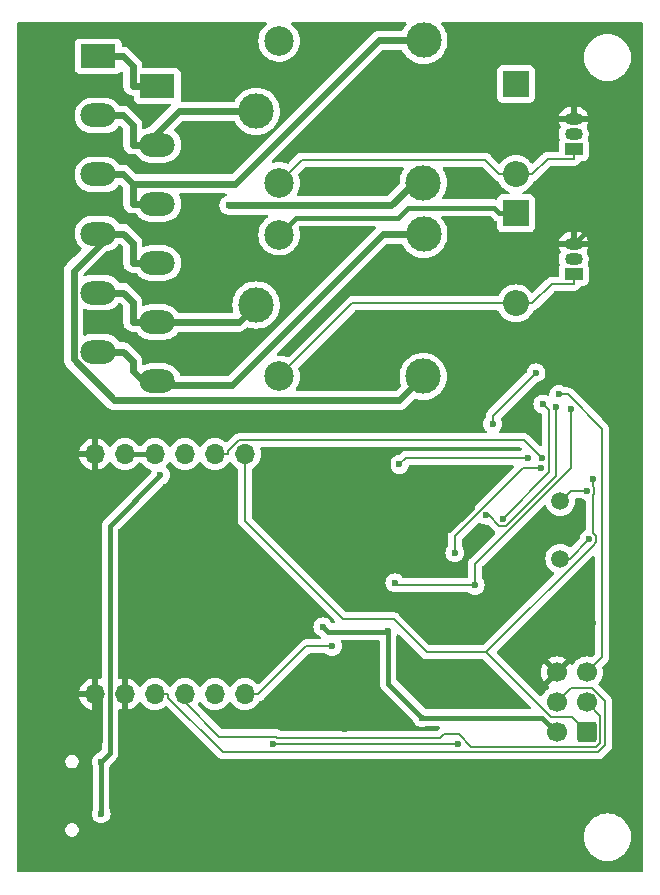
<source format=gbr>
%TF.GenerationSoftware,KiCad,Pcbnew,8.0.1*%
%TF.CreationDate,2024-07-07T22:58:04+02:00*%
%TF.ProjectId,kicad8_atmega328_relay_module,6b696361-6438-45f6-9174-6d6567613332,rev?*%
%TF.SameCoordinates,Original*%
%TF.FileFunction,Copper,L2,Bot*%
%TF.FilePolarity,Positive*%
%FSLAX46Y46*%
G04 Gerber Fmt 4.6, Leading zero omitted, Abs format (unit mm)*
G04 Created by KiCad (PCBNEW 8.0.1) date 2024-07-07 22:58:04*
%MOMM*%
%LPD*%
G01*
G04 APERTURE LIST*
G04 Aperture macros list*
%AMRoundRect*
0 Rectangle with rounded corners*
0 $1 Rounding radius*
0 $2 $3 $4 $5 $6 $7 $8 $9 X,Y pos of 4 corners*
0 Add a 4 corners polygon primitive as box body*
4,1,4,$2,$3,$4,$5,$6,$7,$8,$9,$2,$3,0*
0 Add four circle primitives for the rounded corners*
1,1,$1+$1,$2,$3*
1,1,$1+$1,$4,$5*
1,1,$1+$1,$6,$7*
1,1,$1+$1,$8,$9*
0 Add four rect primitives between the rounded corners*
20,1,$1+$1,$2,$3,$4,$5,0*
20,1,$1+$1,$4,$5,$6,$7,0*
20,1,$1+$1,$6,$7,$8,$9,0*
20,1,$1+$1,$8,$9,$2,$3,0*%
G04 Aperture macros list end*
%TA.AperFunction,ComponentPad*%
%ADD10C,1.500000*%
%TD*%
%TA.AperFunction,ComponentPad*%
%ADD11C,3.000000*%
%TD*%
%TA.AperFunction,ComponentPad*%
%ADD12C,2.500000*%
%TD*%
%TA.AperFunction,ComponentPad*%
%ADD13RoundRect,0.250000X0.600000X0.600000X-0.600000X0.600000X-0.600000X-0.600000X0.600000X-0.600000X0*%
%TD*%
%TA.AperFunction,ComponentPad*%
%ADD14C,1.700000*%
%TD*%
%TA.AperFunction,ComponentPad*%
%ADD15R,2.200000X2.200000*%
%TD*%
%TA.AperFunction,ComponentPad*%
%ADD16O,2.200000X2.200000*%
%TD*%
%TA.AperFunction,ComponentPad*%
%ADD17R,1.500000X1.050000*%
%TD*%
%TA.AperFunction,ComponentPad*%
%ADD18O,1.500000X1.050000*%
%TD*%
%TA.AperFunction,ComponentPad*%
%ADD19O,1.700000X1.700000*%
%TD*%
%TA.AperFunction,ComponentPad*%
%ADD20R,3.000000X2.000000*%
%TD*%
%TA.AperFunction,ComponentPad*%
%ADD21O,3.000000X2.000000*%
%TD*%
%TA.AperFunction,ViaPad*%
%ADD22C,0.600000*%
%TD*%
%TA.AperFunction,Conductor*%
%ADD23C,0.400000*%
%TD*%
%TA.AperFunction,Conductor*%
%ADD24C,0.200000*%
%TD*%
%TA.AperFunction,Conductor*%
%ADD25C,0.600000*%
%TD*%
G04 APERTURE END LIST*
D10*
%TO.P,Y1,1,1*%
%TO.N,Net-(U1-XTAL2{slash}PB7)*%
X104500000Y-71050000D03*
%TO.P,Y1,2,2*%
%TO.N,Net-(U1-XTAL1{slash}PB6)*%
X104500000Y-75930000D03*
%TD*%
D11*
%TO.P,K1,1*%
%TO.N,RELAY_1_COM*%
X78750000Y-38050000D03*
D12*
%TO.P,K1,2*%
%TO.N,Net-(D3-A)*%
X80700000Y-44100000D03*
D11*
%TO.P,K1,3*%
%TO.N,RELAY_1_NO*%
X92900000Y-44100000D03*
%TO.P,K1,4*%
%TO.N,RELAY_1_NC*%
X92950000Y-32050000D03*
D12*
%TO.P,K1,5*%
%TO.N,VBUS*%
X80700000Y-32100000D03*
%TD*%
D13*
%TO.P,J1,1,MISO*%
%TO.N,MCU_MISO*%
X106750000Y-90640000D03*
D14*
%TO.P,J1,2,VCC*%
%TO.N,VCC*%
X104210000Y-90640000D03*
%TO.P,J1,3,SCK*%
%TO.N,MCU_SCK*%
X106750000Y-88100000D03*
%TO.P,J1,4,MOSI*%
%TO.N,MCU_MOSI*%
X104210000Y-88100000D03*
%TO.P,J1,5,~{RST}*%
%TO.N,MCU_RESET*%
X106750000Y-85560000D03*
%TO.P,J1,6,GND*%
%TO.N,GND*%
X104210000Y-85560000D03*
%TD*%
D15*
%TO.P,D3,1,K*%
%TO.N,VBUS*%
X100750000Y-35750000D03*
D16*
%TO.P,D3,2,A*%
%TO.N,Net-(D3-A)*%
X100750000Y-43370000D03*
%TD*%
D17*
%TO.P,Q2,1,C*%
%TO.N,Net-(D4-A)*%
X105650000Y-51830000D03*
D18*
%TO.P,Q2,2,B*%
%TO.N,Net-(Q2-B)*%
X105650000Y-50560000D03*
%TO.P,Q2,3,E*%
%TO.N,GND*%
X105650000Y-49290000D03*
%TD*%
D15*
%TO.P,D4,1,K*%
%TO.N,VBUS*%
X100750000Y-46690000D03*
D16*
%TO.P,D4,2,A*%
%TO.N,Net-(D4-A)*%
X100750000Y-54310000D03*
%TD*%
D11*
%TO.P,K2,1*%
%TO.N,RELAY_2_COM*%
X78750000Y-54450000D03*
D12*
%TO.P,K2,2*%
%TO.N,Net-(D4-A)*%
X80700000Y-60500000D03*
D11*
%TO.P,K2,3*%
%TO.N,RELAY_2_NO*%
X92900000Y-60500000D03*
%TO.P,K2,4*%
%TO.N,RELAY_2_NC*%
X92950000Y-48450000D03*
D12*
%TO.P,K2,5*%
%TO.N,VBUS*%
X80700000Y-48500000D03*
%TD*%
D19*
%TO.P,U4,1,GND*%
%TO.N,GND*%
X65100000Y-87400000D03*
%TO.P,U4,2,GND*%
X67640000Y-87400000D03*
%TO.P,U4,3,MOSI*%
%TO.N,MCU_MOSI*%
X70180000Y-87400000D03*
%TO.P,U4,4,SCLK*%
%TO.N,MCU_SCK*%
X72720000Y-87400000D03*
%TO.P,U4,5,~{CS}*%
%TO.N,W5500_CS*%
X75260000Y-87400000D03*
%TO.P,U4,6,~{INT}*%
%TO.N,W5500_INT*%
X77800000Y-87400000D03*
%TO.P,U4,7,GND*%
%TO.N,GND*%
X65100000Y-67080000D03*
%TO.P,U4,8,VDD*%
%TO.N,VCC*%
X67640000Y-67080000D03*
%TO.P,U4,9,VDD*%
X70180000Y-67080000D03*
%TO.P,U4,10,NC*%
%TO.N,unconnected-(U4-NC-Pad10)*%
X72720000Y-67080000D03*
%TO.P,U4,11,~{RST}*%
%TO.N,W5500_RST*%
X75260000Y-67080000D03*
%TO.P,U4,12,MISO*%
%TO.N,MCU_MISO*%
X77800000Y-67080000D03*
%TD*%
D17*
%TO.P,Q1,1,C*%
%TO.N,Net-(D3-A)*%
X105650000Y-41250000D03*
D18*
%TO.P,Q1,2,B*%
%TO.N,Net-(Q1-B)*%
X105650000Y-39980000D03*
%TO.P,Q1,3,E*%
%TO.N,GND*%
X105650000Y-38710000D03*
%TD*%
D20*
%TO.P,J4,1,Pin_1*%
%TO.N,RELAY_1_NO*%
X65400000Y-33400000D03*
X70400000Y-35900000D03*
D21*
%TO.P,J4,2,Pin_2*%
%TO.N,RELAY_1_COM*%
X65400000Y-38400000D03*
X70400000Y-40900000D03*
%TO.P,J4,3,Pin_3*%
%TO.N,RELAY_1_NC*%
X65400000Y-43400000D03*
X70400000Y-45900000D03*
%TO.P,J4,4,Pin_4*%
%TO.N,RELAY_2_NO*%
X65400000Y-48400000D03*
X70400000Y-50900000D03*
%TO.P,J4,5,Pin_5*%
%TO.N,RELAY_2_COM*%
X65400000Y-53400000D03*
X70400000Y-55900000D03*
%TO.P,J4,6,Pin_6*%
%TO.N,RELAY_2_NC*%
X65400000Y-58400000D03*
X70400000Y-60900000D03*
%TD*%
D22*
%TO.N,GND*%
X86450000Y-93350000D03*
X105100000Y-35800000D03*
X86500000Y-95400000D03*
X98700000Y-61550000D03*
X80650000Y-98100000D03*
X87450000Y-97800000D03*
X96600000Y-57350000D03*
X107200000Y-47750000D03*
X97100000Y-44350000D03*
X107250000Y-81400000D03*
X86250000Y-90350000D03*
X97000000Y-71600000D03*
X104250000Y-37350000D03*
X95500000Y-38100000D03*
X104150000Y-49300000D03*
X89950000Y-52150000D03*
X89900000Y-66900000D03*
X102650000Y-55850000D03*
X65500000Y-91400000D03*
X86250000Y-88500000D03*
X100200000Y-88300000D03*
X97650000Y-51800000D03*
X87950000Y-74950000D03*
X88150000Y-43950000D03*
X96250000Y-64450000D03*
X91050000Y-64900000D03*
X109000000Y-81400000D03*
X88750000Y-58800000D03*
X62300000Y-86050000D03*
X94850000Y-73500000D03*
X105850000Y-83900000D03*
X91550000Y-70712500D03*
X107150000Y-61400000D03*
%TO.N,VCC*%
X89939400Y-82037600D03*
X84400000Y-81700000D03*
X92821200Y-89393400D03*
%TO.N,Net-(U2-DTR)*%
X80202200Y-91589000D03*
X95865700Y-91589000D03*
%TO.N,MCU_RESET*%
X104384000Y-62027200D03*
%TO.N,Net-(U1-XTAL1{slash}PB6)*%
X106944000Y-74273900D03*
%TO.N,Net-(U1-XTAL2{slash}PB7)*%
X106794000Y-70175200D03*
%TO.N,MCU_MISO*%
X107246000Y-69158500D03*
%TO.N,RELAY_1_NO*%
X76442600Y-46004000D03*
%TO.N,MCU_TX*%
X98785300Y-64510700D03*
X102447000Y-60195000D03*
%TO.N,MCU_RX*%
X103027000Y-62838300D03*
X99621700Y-72536000D03*
%TO.N,VBUS*%
X70652400Y-68866800D03*
X65636900Y-93148500D03*
X65636700Y-97517700D03*
%TO.N,W5500_RST*%
X102925000Y-67412000D03*
%TO.N,W5500_INT*%
X90891700Y-67941700D03*
X85200000Y-83350000D03*
X101769000Y-67372000D03*
%TO.N,I2C_SDA*%
X105428000Y-63255200D03*
X97293400Y-78189800D03*
X90505100Y-77974600D03*
%TO.N,EEPROM_WP*%
X102873000Y-68277600D03*
X95583000Y-75426300D03*
%TO.N,I2C_SCL*%
X98200000Y-72250000D03*
X104161000Y-63059000D03*
%TD*%
D23*
%TO.N,GND*%
X91500000Y-64450000D02*
X91050000Y-64900000D01*
X95100000Y-73500000D02*
X94850000Y-73500000D01*
X96600000Y-57350000D02*
X97050000Y-57350000D01*
X104150000Y-49300000D02*
X104150000Y-48450000D01*
X105650000Y-49290000D02*
X107200000Y-47750000D01*
X86950000Y-95850000D02*
X86950000Y-97300000D01*
X102650000Y-55850000D02*
X106050000Y-55850000D01*
X96250000Y-64450000D02*
X91500000Y-64450000D01*
X98200000Y-61050000D02*
X98700000Y-61550000D01*
X104850000Y-47750000D02*
X107200000Y-47750000D01*
X105850000Y-82800000D02*
X105850000Y-83900000D01*
X106500000Y-37350000D02*
X107300000Y-38150000D01*
X86450000Y-93350000D02*
X86450000Y-95350000D01*
X86250000Y-90350000D02*
X86250000Y-88500000D01*
X107150000Y-56950000D02*
X107150000Y-61400000D01*
X89900000Y-66900000D02*
X89900000Y-69062500D01*
X107250000Y-81400000D02*
X105850000Y-82800000D01*
X107300000Y-38150000D02*
X107300000Y-47650000D01*
X89900000Y-69062500D02*
X91550000Y-70712500D01*
X65500000Y-87800000D02*
X65100000Y-87400000D01*
X98200000Y-58500000D02*
X98200000Y-61050000D01*
X104250000Y-37350000D02*
X106500000Y-37350000D01*
X97050000Y-57350000D02*
X98200000Y-58500000D01*
X86500000Y-95400000D02*
X86950000Y-95850000D01*
X86950000Y-97300000D02*
X87450000Y-97800000D01*
X107300000Y-47650000D02*
X107200000Y-47750000D01*
X106050000Y-55850000D02*
X107150000Y-56950000D01*
X86450000Y-95350000D02*
X86500000Y-95400000D01*
X65500000Y-91400000D02*
X65500000Y-87800000D01*
X97000000Y-71600000D02*
X95100000Y-73500000D01*
X104150000Y-48450000D02*
X104850000Y-47750000D01*
%TO.N,VCC*%
X84400000Y-81700000D02*
X84800000Y-82100000D01*
X89939400Y-82037600D02*
X89939400Y-86511600D01*
X89939400Y-86511600D02*
X92821200Y-89393400D01*
X89877000Y-82100000D02*
X89939400Y-82037600D01*
X84800000Y-82100000D02*
X89877000Y-82100000D01*
X104210000Y-90640000D02*
X102963000Y-89393400D01*
X67640000Y-67080000D02*
X70180000Y-67080000D01*
X102963000Y-89393400D02*
X92821200Y-89393400D01*
D24*
%TO.N,Net-(U2-DTR)*%
X80202200Y-91589000D02*
X95865700Y-91589000D01*
%TO.N,MCU_RESET*%
X106750000Y-85560000D02*
X108017000Y-84293300D01*
X105123000Y-62027200D02*
X104384000Y-62027200D01*
X108017000Y-84293300D02*
X108017000Y-64920800D01*
X108017000Y-64920800D02*
X105123000Y-62027200D01*
%TO.N,Net-(U1-XTAL1{slash}PB6)*%
X105288000Y-75930000D02*
X106944000Y-74273900D01*
X104500000Y-75930000D02*
X105288000Y-75930000D01*
%TO.N,Net-(U1-XTAL2{slash}PB7)*%
X106794000Y-70175200D02*
X105375000Y-70175200D01*
X105375000Y-70175200D02*
X104500000Y-71050000D01*
%TO.N,Net-(D3-A)*%
X99348300Y-43370000D02*
X98158600Y-42180300D01*
X102152000Y-43370000D02*
X100750000Y-43370000D01*
X105650000Y-42076700D02*
X103445000Y-42076700D01*
X103445000Y-42076700D02*
X102152000Y-43370000D01*
X105650000Y-41250000D02*
X105650000Y-42076700D01*
X100750000Y-43370000D02*
X99348300Y-43370000D01*
X82619700Y-42180300D02*
X80700000Y-44100000D01*
X98158600Y-42180300D02*
X82619700Y-42180300D01*
%TO.N,Net-(D4-A)*%
X105650000Y-52656700D02*
X105650000Y-51830000D01*
X102152000Y-54310000D02*
X103805000Y-52656700D01*
X103805000Y-52656700D02*
X105650000Y-52656700D01*
X100750000Y-54310000D02*
X86890000Y-54310000D01*
X100750000Y-54310000D02*
X102152000Y-54310000D01*
X86890000Y-54310000D02*
X80700000Y-60500000D01*
%TO.N,MCU_MISO*%
X107395000Y-70424400D02*
X107395000Y-69926000D01*
X98230200Y-83841900D02*
X107244000Y-74827800D01*
X86150000Y-81050000D02*
X90400000Y-81050000D01*
X107244000Y-70575300D02*
X107395000Y-70424400D01*
X107244000Y-73723000D02*
X107244000Y-70575300D01*
X107244000Y-69160100D02*
X107246000Y-69158500D01*
X93192000Y-83842000D02*
X98230100Y-83842000D01*
X107244000Y-74827800D02*
X107244000Y-74824800D01*
X77800000Y-67080000D02*
X77800000Y-72700000D01*
X107244000Y-69775100D02*
X107244000Y-69160100D01*
X107546000Y-74024700D02*
X107244000Y-73723000D01*
X90400000Y-81050000D02*
X93192000Y-83842000D01*
X107546000Y-74523100D02*
X107546000Y-74024700D01*
X103757000Y-89368500D02*
X98230200Y-83841900D01*
X107395000Y-69926000D02*
X107244000Y-69775100D01*
X98230100Y-83842000D02*
X98230200Y-83841900D01*
X107244000Y-74824800D02*
X107546000Y-74523100D01*
X77800000Y-72700000D02*
X86150000Y-81050000D01*
X106750000Y-90640000D02*
X105478000Y-89368500D01*
X105478000Y-89368500D02*
X103757000Y-89368500D01*
%TO.N,MCU_SCK*%
X107904000Y-91499300D02*
X107566000Y-91838200D01*
X106750000Y-88100000D02*
X107904000Y-89254400D01*
X94353700Y-91088100D02*
X80552200Y-91088100D01*
X80552200Y-91088100D02*
X80451400Y-90987300D01*
X95899300Y-90771700D02*
X94670100Y-90771700D01*
X94670100Y-90771700D02*
X94353700Y-91088100D01*
X107566000Y-91838200D02*
X96965800Y-91838200D01*
X72720000Y-88070000D02*
X72720000Y-87400000D01*
X96965800Y-91838200D02*
X95899300Y-90771700D01*
X80451400Y-90987300D02*
X75637300Y-90987300D01*
X107904000Y-89254400D02*
X107904000Y-91499300D01*
X75637300Y-90987300D02*
X72720000Y-88070000D01*
%TO.N,MCU_MOSI*%
X108318000Y-91710400D02*
X108318000Y-88013100D01*
X107209000Y-86903900D02*
X105406000Y-86903900D01*
X107722000Y-92307100D02*
X108318000Y-91710400D01*
X71331700Y-87400000D02*
X71331700Y-87687900D01*
X108318000Y-88013100D02*
X107209000Y-86903900D01*
X75950900Y-92307100D02*
X107722000Y-92307100D01*
X105406000Y-86903900D02*
X104210000Y-88100000D01*
X70180000Y-87400000D02*
X71331700Y-87400000D01*
X71331700Y-87687900D02*
X75950900Y-92307100D01*
D25*
%TO.N,RELAY_2_NC*%
X69150000Y-60900000D02*
X68298300Y-60048300D01*
X89517000Y-48450000D02*
X92950000Y-48450000D01*
X76706800Y-61260200D02*
X89517000Y-48450000D01*
X69150000Y-60900000D02*
X69510200Y-61260200D01*
X70400000Y-60900000D02*
X69150000Y-60900000D01*
X69510200Y-61260200D02*
X76706800Y-61260200D01*
X68298300Y-59196600D02*
X67501700Y-58400000D01*
X68298300Y-60048300D02*
X68298300Y-59196600D01*
X67501700Y-58400000D02*
X65400000Y-58400000D01*
%TO.N,RELAY_2_NO*%
X67501700Y-48400000D02*
X66450900Y-48400000D01*
X65400000Y-48400000D02*
X66450900Y-48400000D01*
X66762000Y-62533200D02*
X90866800Y-62533200D01*
X68298300Y-50900000D02*
X68298300Y-49196600D01*
X66450900Y-48400000D02*
X63294700Y-51556200D01*
X90866800Y-62533200D02*
X92900000Y-60500000D01*
X63294700Y-59065900D02*
X66762000Y-62533200D01*
X70400000Y-50900000D02*
X68298300Y-50900000D01*
X68298300Y-49196600D02*
X67501700Y-48400000D01*
X63294700Y-51556200D02*
X63294700Y-59065900D01*
%TO.N,RELAY_1_NC*%
X68298300Y-45900000D02*
X68298300Y-44196600D01*
X89121300Y-32050000D02*
X76974700Y-44196600D01*
X70400000Y-45900000D02*
X68298300Y-45900000D01*
X67501700Y-43400000D02*
X68298300Y-44196600D01*
X65400000Y-43400000D02*
X67501700Y-43400000D01*
X76974700Y-44196600D02*
X68298300Y-44196600D01*
X92950000Y-32050000D02*
X89121300Y-32050000D01*
%TO.N,RELAY_1_COM*%
X72199200Y-38050000D02*
X78750000Y-38050000D01*
X67501700Y-38400000D02*
X68298300Y-39196600D01*
X68298300Y-39196600D02*
X68298300Y-40900000D01*
X70400000Y-40900000D02*
X69349200Y-40900000D01*
X65400000Y-38400000D02*
X67501700Y-38400000D01*
X69349200Y-40900000D02*
X72199200Y-38050000D01*
X68298300Y-40900000D02*
X69349200Y-40900000D01*
%TO.N,RELAY_1_NO*%
X68298300Y-35900000D02*
X68298300Y-34196600D01*
X67501700Y-33400000D02*
X65400000Y-33400000D01*
X76442600Y-46004000D02*
X90196000Y-46004000D01*
X70400000Y-35900000D02*
X68298300Y-35900000D01*
X90196000Y-46004000D02*
X92100000Y-44100000D01*
X92100000Y-44100000D02*
X92900000Y-44100000D01*
X68298300Y-34196600D02*
X67501700Y-33400000D01*
%TO.N,RELAY_2_COM*%
X68298300Y-55900000D02*
X68298300Y-54196600D01*
X70400000Y-55900000D02*
X77300000Y-55900000D01*
X70400000Y-55900000D02*
X68298300Y-55900000D01*
X68298300Y-54196600D02*
X67501700Y-53400000D01*
X67501700Y-53400000D02*
X65400000Y-53400000D01*
X77300000Y-55900000D02*
X78750000Y-54450000D01*
D24*
%TO.N,MCU_TX*%
X98785300Y-63856300D02*
X98785300Y-64510700D01*
X102447000Y-60195000D02*
X98785300Y-63856300D01*
%TO.N,MCU_RX*%
X103027000Y-62838300D02*
X103552000Y-63364000D01*
X103552000Y-68605200D02*
X99621700Y-72536000D01*
X103552000Y-63364000D02*
X103552000Y-68605200D01*
D23*
%TO.N,VBUS*%
X82150000Y-47050000D02*
X80700000Y-48500000D01*
X65636900Y-97517500D02*
X65636900Y-93148500D01*
X90800000Y-47050000D02*
X82150000Y-47050000D01*
X66370000Y-73149200D02*
X70652400Y-68866800D01*
X91650000Y-46200000D02*
X90800000Y-47050000D01*
X66370000Y-92415400D02*
X66370000Y-73149200D01*
X100750000Y-46690000D02*
X99348300Y-46690000D01*
X99348300Y-46690000D02*
X98858300Y-46200000D01*
X98858300Y-46200000D02*
X91650000Y-46200000D01*
D24*
X65636700Y-97517700D02*
X65636900Y-97517500D01*
D23*
X65636900Y-93148500D02*
X66370000Y-92415400D01*
D24*
%TO.N,W5500_RST*%
X76411700Y-66792100D02*
X77296200Y-65907600D01*
X75260000Y-67080000D02*
X76411700Y-67080000D01*
X76411700Y-67080000D02*
X76411700Y-66792100D01*
X77296200Y-65907600D02*
X101421000Y-65907600D01*
X101421000Y-65907600D02*
X102925000Y-67412000D01*
%TO.N,W5500_INT*%
X91461500Y-67372000D02*
X101769000Y-67372000D01*
X90891700Y-67941700D02*
X91461500Y-67372000D01*
X78951700Y-87400000D02*
X77800000Y-87400000D01*
X83001700Y-83350000D02*
X78951700Y-87400000D01*
X85200000Y-83350000D02*
X83001700Y-83350000D01*
%TO.N,I2C_SDA*%
X97293400Y-76357700D02*
X97293400Y-78189800D01*
X97293400Y-78189800D02*
X90720300Y-78189800D01*
X105428000Y-68222600D02*
X97293400Y-76357700D01*
X105428000Y-63255200D02*
X105428000Y-68222600D01*
X90720300Y-78189800D02*
X90505100Y-77974600D01*
%TO.N,EEPROM_WP*%
X95583000Y-74017000D02*
X101322400Y-68277600D01*
X95583000Y-75426300D02*
X95583000Y-74017000D01*
X101322400Y-68277600D02*
X102873000Y-68277600D01*
%TO.N,I2C_SCL*%
X99934100Y-73137800D02*
X104161000Y-68910800D01*
X98432400Y-72250000D02*
X99320200Y-73137800D01*
X104161000Y-68910800D02*
X104161000Y-63059000D01*
X99320200Y-73137800D02*
X99934100Y-73137800D01*
X98200000Y-72250000D02*
X98432400Y-72250000D01*
%TD*%
%TA.AperFunction,Conductor*%
%TO.N,GND*%
G36*
X89181939Y-82820185D02*
G01*
X89227694Y-82872989D01*
X89238900Y-82924500D01*
X89238900Y-86442606D01*
X89238900Y-86580594D01*
X89238900Y-86580596D01*
X89238899Y-86580596D01*
X89265818Y-86715922D01*
X89265821Y-86715932D01*
X89318622Y-86843407D01*
X89395287Y-86958145D01*
X89395288Y-86958146D01*
X92029830Y-89592687D01*
X92059190Y-89639413D01*
X92095409Y-89742919D01*
X92095411Y-89742922D01*
X92191384Y-89895662D01*
X92318938Y-90023216D01*
X92409280Y-90079982D01*
X92471674Y-90119187D01*
X92471678Y-90119189D01*
X92606568Y-90166389D01*
X92641945Y-90178768D01*
X92641950Y-90178769D01*
X92821196Y-90198965D01*
X92821200Y-90198965D01*
X92821204Y-90198965D01*
X93000449Y-90178769D01*
X93000452Y-90178768D01*
X93000455Y-90178768D01*
X93170722Y-90119189D01*
X93171688Y-90118581D01*
X93180723Y-90112906D01*
X93246694Y-90093900D01*
X94199302Y-90093900D01*
X94266341Y-90113585D01*
X94312096Y-90166389D01*
X94322040Y-90235547D01*
X94293015Y-90299103D01*
X94286983Y-90305581D01*
X94141283Y-90451281D01*
X94079960Y-90484766D01*
X94053602Y-90487600D01*
X80820120Y-90487600D01*
X80758120Y-90470987D01*
X80733303Y-90456659D01*
X80733303Y-90456658D01*
X80733301Y-90456658D01*
X80683185Y-90427723D01*
X80530457Y-90386799D01*
X80372343Y-90386799D01*
X80364747Y-90386799D01*
X80364731Y-90386800D01*
X75937397Y-90386800D01*
X75870358Y-90367115D01*
X75849716Y-90350481D01*
X73837068Y-88337833D01*
X73803583Y-88276510D01*
X73808567Y-88206818D01*
X73823175Y-88179028D01*
X73888426Y-88085841D01*
X73943003Y-88042216D01*
X74012501Y-88035024D01*
X74074856Y-88066546D01*
X74091575Y-88085842D01*
X74221500Y-88271395D01*
X74221505Y-88271401D01*
X74388599Y-88438495D01*
X74485384Y-88506265D01*
X74582165Y-88574032D01*
X74582167Y-88574033D01*
X74582170Y-88574035D01*
X74796337Y-88673903D01*
X75024592Y-88735063D01*
X75212918Y-88751539D01*
X75259999Y-88755659D01*
X75260000Y-88755659D01*
X75260001Y-88755659D01*
X75299234Y-88752226D01*
X75495408Y-88735063D01*
X75723663Y-88673903D01*
X75937830Y-88574035D01*
X76131401Y-88438495D01*
X76298495Y-88271401D01*
X76428426Y-88085841D01*
X76483002Y-88042217D01*
X76552500Y-88035023D01*
X76614855Y-88066546D01*
X76631575Y-88085842D01*
X76761500Y-88271395D01*
X76761505Y-88271401D01*
X76928599Y-88438495D01*
X77025384Y-88506265D01*
X77122165Y-88574032D01*
X77122167Y-88574033D01*
X77122170Y-88574035D01*
X77336337Y-88673903D01*
X77564592Y-88735063D01*
X77752918Y-88751539D01*
X77799999Y-88755659D01*
X77800000Y-88755659D01*
X77800001Y-88755659D01*
X77839234Y-88752226D01*
X78035408Y-88735063D01*
X78263663Y-88673903D01*
X78477830Y-88574035D01*
X78671401Y-88438495D01*
X78838495Y-88271401D01*
X78974035Y-88077830D01*
X78982707Y-88059233D01*
X79028879Y-88006793D01*
X79062990Y-87991863D01*
X79183485Y-87959577D01*
X79233604Y-87930639D01*
X79320416Y-87880520D01*
X79432220Y-87768716D01*
X79432220Y-87768714D01*
X79442428Y-87758507D01*
X79442429Y-87758504D01*
X83214116Y-83986819D01*
X83275439Y-83953334D01*
X83301797Y-83950500D01*
X84617588Y-83950500D01*
X84684627Y-83970185D01*
X84694903Y-83977555D01*
X84697736Y-83979814D01*
X84697738Y-83979816D01*
X84850478Y-84075789D01*
X84864922Y-84080843D01*
X85020745Y-84135368D01*
X85020750Y-84135369D01*
X85199996Y-84155565D01*
X85200000Y-84155565D01*
X85200004Y-84155565D01*
X85379249Y-84135369D01*
X85379252Y-84135368D01*
X85379255Y-84135368D01*
X85549522Y-84075789D01*
X85702262Y-83979816D01*
X85829816Y-83852262D01*
X85925789Y-83699522D01*
X85985368Y-83529255D01*
X86005565Y-83350000D01*
X85993340Y-83241500D01*
X85985369Y-83170750D01*
X85985368Y-83170745D01*
X85925788Y-83000475D01*
X85919503Y-82990473D01*
X85900502Y-82923236D01*
X85920869Y-82856401D01*
X85974137Y-82811186D01*
X86024496Y-82800500D01*
X89114900Y-82800500D01*
X89181939Y-82820185D01*
G37*
%TD.AperFunction*%
%TA.AperFunction,Conductor*%
G36*
X90853633Y-82353451D02*
G01*
X90861072Y-82360307D01*
X92707139Y-84206374D01*
X92707149Y-84206385D01*
X92711479Y-84210715D01*
X92711480Y-84210716D01*
X92823284Y-84322520D01*
X92909605Y-84372357D01*
X92909606Y-84372358D01*
X92960209Y-84401574D01*
X92960210Y-84401574D01*
X92960215Y-84401577D01*
X93112942Y-84442500D01*
X93112943Y-84442500D01*
X97930208Y-84442500D01*
X97997247Y-84462185D01*
X98017888Y-84478817D01*
X102020434Y-88481217D01*
X102053920Y-88542540D01*
X102048937Y-88612231D01*
X102007066Y-88668166D01*
X101941602Y-88692584D01*
X101932754Y-88692900D01*
X93246694Y-88692900D01*
X93180723Y-88673894D01*
X93170721Y-88667609D01*
X93067213Y-88631390D01*
X93020487Y-88602030D01*
X90676219Y-86257762D01*
X90642734Y-86196439D01*
X90639900Y-86170081D01*
X90639900Y-82463093D01*
X90658906Y-82397122D01*
X90668397Y-82382017D01*
X90720731Y-82335725D01*
X90789785Y-82325076D01*
X90853633Y-82353451D01*
G37*
%TD.AperFunction*%
%TA.AperFunction,Conductor*%
G36*
X65612539Y-87169685D02*
G01*
X65658294Y-87222489D01*
X65669500Y-87274000D01*
X65669500Y-87526000D01*
X65649815Y-87593039D01*
X65597011Y-87638794D01*
X65545500Y-87650000D01*
X65533012Y-87650000D01*
X65565925Y-87592993D01*
X65600000Y-87465826D01*
X65600000Y-87334174D01*
X65565925Y-87207007D01*
X65533012Y-87150000D01*
X65545500Y-87150000D01*
X65612539Y-87169685D01*
G37*
%TD.AperFunction*%
%TA.AperFunction,Conductor*%
G36*
X67174075Y-87207007D02*
G01*
X67140000Y-87334174D01*
X67140000Y-87465826D01*
X67174075Y-87592993D01*
X67206988Y-87650000D01*
X67194500Y-87650000D01*
X67127461Y-87630315D01*
X67081706Y-87577511D01*
X67070500Y-87526000D01*
X67070500Y-87274000D01*
X67090185Y-87206961D01*
X67142989Y-87161206D01*
X67194500Y-87150000D01*
X67206988Y-87150000D01*
X67174075Y-87207007D01*
G37*
%TD.AperFunction*%
%TA.AperFunction,Conductor*%
G36*
X107335832Y-75687731D02*
G01*
X107391766Y-75729601D01*
X107416184Y-75795065D01*
X107416500Y-75803913D01*
X107416500Y-83993151D01*
X107396815Y-84060190D01*
X107380170Y-84080843D01*
X107233688Y-84227289D01*
X107172361Y-84260766D01*
X107113925Y-84259372D01*
X106985413Y-84224938D01*
X106985403Y-84224936D01*
X106750001Y-84204341D01*
X106749999Y-84204341D01*
X106514596Y-84224936D01*
X106514586Y-84224938D01*
X106286344Y-84286094D01*
X106286335Y-84286098D01*
X106072171Y-84385964D01*
X106072169Y-84385965D01*
X105878597Y-84521505D01*
X105711505Y-84688597D01*
X105581269Y-84874595D01*
X105526692Y-84918220D01*
X105457194Y-84925414D01*
X105394839Y-84893891D01*
X105378119Y-84874595D01*
X105324925Y-84798626D01*
X105324925Y-84798625D01*
X104692962Y-85430589D01*
X104675925Y-85367007D01*
X104610099Y-85252993D01*
X104517007Y-85159901D01*
X104402993Y-85094075D01*
X104339410Y-85077037D01*
X104971373Y-84445073D01*
X104971373Y-84445072D01*
X104887583Y-84386402D01*
X104887579Y-84386400D01*
X104673492Y-84286570D01*
X104673483Y-84286566D01*
X104445326Y-84225432D01*
X104445315Y-84225430D01*
X104210002Y-84204843D01*
X104209998Y-84204843D01*
X103974684Y-84225430D01*
X103974673Y-84225432D01*
X103746516Y-84286566D01*
X103746507Y-84286570D01*
X103532419Y-84386401D01*
X103448625Y-84445072D01*
X104080590Y-85077037D01*
X104017007Y-85094075D01*
X103902993Y-85159901D01*
X103809901Y-85252993D01*
X103744075Y-85367007D01*
X103727037Y-85430590D01*
X103095072Y-84798625D01*
X103036401Y-84882419D01*
X102936570Y-85096507D01*
X102936566Y-85096516D01*
X102875432Y-85324673D01*
X102875430Y-85324684D01*
X102854843Y-85559998D01*
X102854843Y-85560001D01*
X102875430Y-85795315D01*
X102875432Y-85795326D01*
X102936566Y-86023483D01*
X102936570Y-86023492D01*
X103036400Y-86237579D01*
X103036402Y-86237583D01*
X103095072Y-86321373D01*
X103095073Y-86321373D01*
X103727037Y-85689409D01*
X103744075Y-85752993D01*
X103809901Y-85867007D01*
X103902993Y-85960099D01*
X104017007Y-86025925D01*
X104080590Y-86042962D01*
X103448625Y-86674925D01*
X103524594Y-86728119D01*
X103568219Y-86782696D01*
X103575413Y-86852194D01*
X103543890Y-86914549D01*
X103524595Y-86931269D01*
X103338594Y-87061508D01*
X103171505Y-87228597D01*
X103035965Y-87422169D01*
X103035964Y-87422171D01*
X102991198Y-87518172D01*
X102945025Y-87570611D01*
X102877831Y-87589763D01*
X102810950Y-87569547D01*
X102791136Y-87553450D01*
X99167118Y-83929564D01*
X99133632Y-83868241D01*
X99138615Y-83798550D01*
X99167113Y-83754204D01*
X107204817Y-75716232D01*
X107266140Y-75682747D01*
X107335832Y-75687731D01*
G37*
%TD.AperFunction*%
%TA.AperFunction,Conductor*%
G36*
X76614855Y-67746546D02*
G01*
X76631575Y-67765842D01*
X76761500Y-67951395D01*
X76761505Y-67951401D01*
X76928599Y-68118495D01*
X76968947Y-68146747D01*
X77122165Y-68254032D01*
X77122167Y-68254033D01*
X77122170Y-68254035D01*
X77127898Y-68256706D01*
X77180339Y-68302872D01*
X77199500Y-68369090D01*
X77199500Y-72613330D01*
X77199499Y-72613348D01*
X77199499Y-72779054D01*
X77199498Y-72779054D01*
X77199499Y-72779057D01*
X77240423Y-72931785D01*
X77247977Y-72944869D01*
X77247978Y-72944872D01*
X77247979Y-72944872D01*
X77319477Y-73068712D01*
X77319481Y-73068717D01*
X77438349Y-73187585D01*
X77438355Y-73187590D01*
X85438584Y-81187819D01*
X85472069Y-81249142D01*
X85467085Y-81318834D01*
X85425213Y-81374767D01*
X85359749Y-81399184D01*
X85350903Y-81399500D01*
X85225124Y-81399500D01*
X85158085Y-81379815D01*
X85120130Y-81341472D01*
X85029815Y-81197737D01*
X84902262Y-81070184D01*
X84749523Y-80974211D01*
X84579254Y-80914631D01*
X84579249Y-80914630D01*
X84400004Y-80894435D01*
X84399996Y-80894435D01*
X84220750Y-80914630D01*
X84220745Y-80914631D01*
X84050476Y-80974211D01*
X83897737Y-81070184D01*
X83770184Y-81197737D01*
X83674211Y-81350476D01*
X83614631Y-81520745D01*
X83614630Y-81520750D01*
X83594435Y-81699996D01*
X83594435Y-81700003D01*
X83614630Y-81879249D01*
X83614631Y-81879254D01*
X83674211Y-82049523D01*
X83770184Y-82202262D01*
X83897738Y-82329816D01*
X83988940Y-82387122D01*
X84050478Y-82425789D01*
X84153983Y-82462007D01*
X84200709Y-82491367D01*
X84247161Y-82537818D01*
X84280647Y-82599141D01*
X84275663Y-82668832D01*
X84233792Y-82724766D01*
X84168328Y-82749184D01*
X84159481Y-82749500D01*
X83088369Y-82749500D01*
X83088353Y-82749499D01*
X83080757Y-82749499D01*
X82922643Y-82749499D01*
X82815287Y-82778265D01*
X82769910Y-82790424D01*
X82769909Y-82790425D01*
X82734766Y-82810716D01*
X82734764Y-82810717D01*
X82632990Y-82869475D01*
X82632982Y-82869481D01*
X82521178Y-82981286D01*
X78993861Y-86508602D01*
X78932538Y-86542087D01*
X78862846Y-86537103D01*
X78818499Y-86508603D01*
X78752502Y-86442606D01*
X78671401Y-86361505D01*
X78671397Y-86361502D01*
X78671396Y-86361501D01*
X78477834Y-86225967D01*
X78477830Y-86225965D01*
X78414511Y-86196439D01*
X78263663Y-86126097D01*
X78263659Y-86126096D01*
X78263655Y-86126094D01*
X78035413Y-86064938D01*
X78035403Y-86064936D01*
X77800001Y-86044341D01*
X77799999Y-86044341D01*
X77564596Y-86064936D01*
X77564586Y-86064938D01*
X77336344Y-86126094D01*
X77336335Y-86126098D01*
X77122171Y-86225964D01*
X77122169Y-86225965D01*
X76928597Y-86361505D01*
X76761505Y-86528597D01*
X76631575Y-86714158D01*
X76576998Y-86757783D01*
X76507500Y-86764977D01*
X76445145Y-86733454D01*
X76428425Y-86714158D01*
X76298494Y-86528597D01*
X76131402Y-86361506D01*
X76131395Y-86361501D01*
X76106862Y-86344323D01*
X76048423Y-86303403D01*
X75937834Y-86225967D01*
X75937830Y-86225965D01*
X75874511Y-86196439D01*
X75723663Y-86126097D01*
X75723659Y-86126096D01*
X75723655Y-86126094D01*
X75495413Y-86064938D01*
X75495403Y-86064936D01*
X75260001Y-86044341D01*
X75259999Y-86044341D01*
X75024596Y-86064936D01*
X75024586Y-86064938D01*
X74796344Y-86126094D01*
X74796335Y-86126098D01*
X74582171Y-86225964D01*
X74582169Y-86225965D01*
X74388597Y-86361505D01*
X74221505Y-86528597D01*
X74091575Y-86714158D01*
X74036998Y-86757783D01*
X73967500Y-86764977D01*
X73905145Y-86733454D01*
X73888425Y-86714158D01*
X73758494Y-86528597D01*
X73591402Y-86361506D01*
X73591395Y-86361501D01*
X73566862Y-86344323D01*
X73508423Y-86303403D01*
X73397834Y-86225967D01*
X73397830Y-86225965D01*
X73334511Y-86196439D01*
X73183663Y-86126097D01*
X73183659Y-86126096D01*
X73183655Y-86126094D01*
X72955413Y-86064938D01*
X72955403Y-86064936D01*
X72720001Y-86044341D01*
X72719999Y-86044341D01*
X72484596Y-86064936D01*
X72484586Y-86064938D01*
X72256344Y-86126094D01*
X72256335Y-86126098D01*
X72042171Y-86225964D01*
X72042169Y-86225965D01*
X71848597Y-86361505D01*
X71681508Y-86528594D01*
X71551574Y-86714160D01*
X71496997Y-86757784D01*
X71427498Y-86764977D01*
X71365144Y-86733455D01*
X71348429Y-86714164D01*
X71218495Y-86528599D01*
X71218493Y-86528596D01*
X71051402Y-86361506D01*
X71051395Y-86361501D01*
X71026862Y-86344323D01*
X70968423Y-86303403D01*
X70857834Y-86225967D01*
X70857830Y-86225965D01*
X70794511Y-86196439D01*
X70643663Y-86126097D01*
X70643659Y-86126096D01*
X70643655Y-86126094D01*
X70415413Y-86064938D01*
X70415403Y-86064936D01*
X70180001Y-86044341D01*
X70179999Y-86044341D01*
X69944596Y-86064936D01*
X69944586Y-86064938D01*
X69716344Y-86126094D01*
X69716335Y-86126098D01*
X69502171Y-86225964D01*
X69502169Y-86225965D01*
X69308597Y-86361505D01*
X69141508Y-86528594D01*
X69011269Y-86714595D01*
X68956692Y-86758219D01*
X68887193Y-86765412D01*
X68824839Y-86733890D01*
X68808119Y-86714594D01*
X68678113Y-86528926D01*
X68678108Y-86528920D01*
X68511082Y-86361894D01*
X68317578Y-86226399D01*
X68103492Y-86126570D01*
X68103486Y-86126567D01*
X67890000Y-86069364D01*
X67890000Y-86966988D01*
X67832993Y-86934075D01*
X67705826Y-86900000D01*
X67574174Y-86900000D01*
X67447007Y-86934075D01*
X67390000Y-86966988D01*
X67390000Y-86069364D01*
X67389999Y-86069363D01*
X67226593Y-86113148D01*
X67156743Y-86111485D01*
X67098881Y-86072322D01*
X67071377Y-86008094D01*
X67070500Y-85993373D01*
X67070500Y-73490718D01*
X67090185Y-73423679D01*
X67106814Y-73403042D01*
X70851690Y-69658165D01*
X70898413Y-69628807D01*
X71001922Y-69592589D01*
X71154662Y-69496616D01*
X71282216Y-69369062D01*
X71378189Y-69216322D01*
X71437768Y-69046055D01*
X71445296Y-68979245D01*
X71457965Y-68866803D01*
X71457965Y-68866796D01*
X71437769Y-68687550D01*
X71437768Y-68687545D01*
X71423755Y-68647497D01*
X71378189Y-68517278D01*
X71372369Y-68508016D01*
X71287615Y-68373131D01*
X71282216Y-68364538D01*
X71154662Y-68236984D01*
X71154661Y-68236983D01*
X71150133Y-68234138D01*
X71103844Y-68181801D01*
X71093199Y-68112747D01*
X71121577Y-68048900D01*
X71128405Y-68041490D01*
X71218495Y-67951401D01*
X71348425Y-67765842D01*
X71403002Y-67722217D01*
X71472500Y-67715023D01*
X71534855Y-67746546D01*
X71551575Y-67765842D01*
X71681500Y-67951395D01*
X71681505Y-67951401D01*
X71848599Y-68118495D01*
X71888947Y-68146747D01*
X72042165Y-68254032D01*
X72042167Y-68254033D01*
X72042170Y-68254035D01*
X72256337Y-68353903D01*
X72256343Y-68353904D01*
X72256344Y-68353905D01*
X72290351Y-68363017D01*
X72484592Y-68415063D01*
X72672918Y-68431539D01*
X72719999Y-68435659D01*
X72720000Y-68435659D01*
X72720001Y-68435659D01*
X72759234Y-68432226D01*
X72955408Y-68415063D01*
X73183663Y-68353903D01*
X73397830Y-68254035D01*
X73591401Y-68118495D01*
X73758495Y-67951401D01*
X73888425Y-67765842D01*
X73943002Y-67722217D01*
X74012500Y-67715023D01*
X74074855Y-67746546D01*
X74091575Y-67765842D01*
X74221500Y-67951395D01*
X74221505Y-67951401D01*
X74388599Y-68118495D01*
X74428947Y-68146747D01*
X74582165Y-68254032D01*
X74582167Y-68254033D01*
X74582170Y-68254035D01*
X74796337Y-68353903D01*
X74796343Y-68353904D01*
X74796344Y-68353905D01*
X74830351Y-68363017D01*
X75024592Y-68415063D01*
X75212918Y-68431539D01*
X75259999Y-68435659D01*
X75260000Y-68435659D01*
X75260001Y-68435659D01*
X75299234Y-68432226D01*
X75495408Y-68415063D01*
X75723663Y-68353903D01*
X75937830Y-68254035D01*
X76131401Y-68118495D01*
X76298495Y-67951401D01*
X76428425Y-67765842D01*
X76483002Y-67722217D01*
X76552500Y-67715023D01*
X76614855Y-67746546D01*
G37*
%TD.AperFunction*%
%TA.AperFunction,Conductor*%
G36*
X101187884Y-66527785D02*
G01*
X101208538Y-66544430D01*
X101223934Y-66559830D01*
X101257411Y-66621158D01*
X101252417Y-66690849D01*
X101210539Y-66746777D01*
X101145071Y-66771185D01*
X101136241Y-66771500D01*
X91461552Y-66771500D01*
X91382489Y-66771492D01*
X91382447Y-66771498D01*
X91317317Y-66788949D01*
X91307242Y-66791649D01*
X91229737Y-66812410D01*
X91161473Y-66851821D01*
X91161467Y-66851825D01*
X91092804Y-66891460D01*
X91035553Y-66948710D01*
X91035546Y-66948716D01*
X90873235Y-67110997D01*
X90811909Y-67144477D01*
X90799446Y-67146528D01*
X90712450Y-67156330D01*
X90542178Y-67215910D01*
X90389437Y-67311884D01*
X90261884Y-67439437D01*
X90165911Y-67592176D01*
X90106331Y-67762445D01*
X90106330Y-67762450D01*
X90086135Y-67941696D01*
X90086135Y-67941703D01*
X90106330Y-68120949D01*
X90106331Y-68120954D01*
X90165911Y-68291223D01*
X90256667Y-68435659D01*
X90261884Y-68443962D01*
X90389438Y-68571516D01*
X90467844Y-68620782D01*
X90524270Y-68656237D01*
X90542178Y-68667489D01*
X90712445Y-68727068D01*
X90712450Y-68727069D01*
X90891696Y-68747265D01*
X90891700Y-68747265D01*
X90891704Y-68747265D01*
X91070949Y-68727069D01*
X91070952Y-68727068D01*
X91070955Y-68727068D01*
X91241222Y-68667489D01*
X91393962Y-68571516D01*
X91521516Y-68443962D01*
X91617489Y-68291222D01*
X91677068Y-68120955D01*
X91677345Y-68118498D01*
X91681388Y-68082617D01*
X91708454Y-68018203D01*
X91766048Y-67978648D01*
X91804608Y-67972500D01*
X100478903Y-67972500D01*
X100545942Y-67992185D01*
X100591697Y-68044989D01*
X100601641Y-68114147D01*
X100572616Y-68177703D01*
X100566584Y-68184180D01*
X97849775Y-70900989D01*
X95214286Y-73536478D01*
X95102481Y-73648282D01*
X95102479Y-73648285D01*
X95083418Y-73681300D01*
X95064356Y-73714317D01*
X95023423Y-73785215D01*
X94982499Y-73937943D01*
X94982499Y-73937945D01*
X94982499Y-74106046D01*
X94982500Y-74106059D01*
X94982500Y-74843887D01*
X94962815Y-74910926D01*
X94955450Y-74921196D01*
X94953186Y-74924034D01*
X94857211Y-75076776D01*
X94797631Y-75247045D01*
X94797630Y-75247050D01*
X94777435Y-75426296D01*
X94777435Y-75426303D01*
X94797630Y-75605549D01*
X94797631Y-75605554D01*
X94857211Y-75775823D01*
X94950275Y-75923932D01*
X94953184Y-75928562D01*
X95080738Y-76056116D01*
X95171080Y-76112882D01*
X95226933Y-76147977D01*
X95233478Y-76152089D01*
X95403745Y-76211668D01*
X95403750Y-76211669D01*
X95582996Y-76231865D01*
X95583000Y-76231865D01*
X95583004Y-76231865D01*
X95762249Y-76211669D01*
X95762252Y-76211668D01*
X95762255Y-76211668D01*
X95932522Y-76152089D01*
X96085262Y-76056116D01*
X96212816Y-75928562D01*
X96308789Y-75775822D01*
X96368368Y-75605555D01*
X96368369Y-75605549D01*
X96388565Y-75426303D01*
X96388565Y-75426296D01*
X96368369Y-75247050D01*
X96368368Y-75247045D01*
X96308788Y-75076776D01*
X96240692Y-74968402D01*
X96212816Y-74924038D01*
X96212814Y-74924036D01*
X96212813Y-74924034D01*
X96210550Y-74921196D01*
X96209659Y-74919015D01*
X96209111Y-74918142D01*
X96209264Y-74918045D01*
X96184144Y-74856509D01*
X96183500Y-74843887D01*
X96183500Y-74317096D01*
X96203185Y-74250057D01*
X96219814Y-74229420D01*
X97549012Y-72900221D01*
X97610333Y-72866738D01*
X97680025Y-72871722D01*
X97702663Y-72882911D01*
X97850473Y-72975787D01*
X97850477Y-72975788D01*
X97850478Y-72975789D01*
X98020745Y-73035368D01*
X98020750Y-73035369D01*
X98199997Y-73055565D01*
X98200000Y-73055565D01*
X98200001Y-73055565D01*
X98226898Y-73052534D01*
X98310278Y-73043139D01*
X98379099Y-73055193D01*
X98411842Y-73078677D01*
X98951484Y-73618320D01*
X98958572Y-73622412D01*
X99006786Y-73672977D01*
X99020010Y-73741584D01*
X98994042Y-73806449D01*
X98984255Y-73817477D01*
X96877931Y-75923932D01*
X96877930Y-75923933D01*
X96812873Y-75988991D01*
X96776985Y-76051155D01*
X96776985Y-76051156D01*
X96733818Y-76125923D01*
X96715938Y-76192663D01*
X96715937Y-76192666D01*
X96692897Y-76278654D01*
X96692900Y-76359331D01*
X96692900Y-77465300D01*
X96673215Y-77532339D01*
X96620411Y-77578094D01*
X96568900Y-77589300D01*
X91276940Y-77589300D01*
X91209901Y-77569615D01*
X91171947Y-77531273D01*
X91134916Y-77472338D01*
X91007362Y-77344784D01*
X90854623Y-77248811D01*
X90684354Y-77189231D01*
X90684349Y-77189230D01*
X90505104Y-77169035D01*
X90505096Y-77169035D01*
X90325850Y-77189230D01*
X90325845Y-77189231D01*
X90155576Y-77248811D01*
X90002837Y-77344784D01*
X89875284Y-77472337D01*
X89779311Y-77625076D01*
X89719731Y-77795345D01*
X89719730Y-77795350D01*
X89699535Y-77974596D01*
X89699535Y-77974603D01*
X89719730Y-78153849D01*
X89719731Y-78153854D01*
X89779311Y-78324123D01*
X89807544Y-78369055D01*
X89875284Y-78476862D01*
X90002838Y-78604416D01*
X90093180Y-78661182D01*
X90142325Y-78692062D01*
X90155578Y-78700389D01*
X90325845Y-78759968D01*
X90325850Y-78759969D01*
X90505097Y-78780165D01*
X90505100Y-78780165D01*
X90550997Y-78774993D01*
X90596975Y-78778438D01*
X90641243Y-78790301D01*
X90641244Y-78790301D01*
X90806954Y-78790301D01*
X90806970Y-78790300D01*
X96710988Y-78790300D01*
X96778027Y-78809985D01*
X96788303Y-78817355D01*
X96791136Y-78819614D01*
X96791138Y-78819616D01*
X96943878Y-78915589D01*
X97114145Y-78975168D01*
X97114150Y-78975169D01*
X97293396Y-78995365D01*
X97293400Y-78995365D01*
X97293404Y-78995365D01*
X97472649Y-78975169D01*
X97472652Y-78975168D01*
X97472655Y-78975168D01*
X97642922Y-78915589D01*
X97795662Y-78819616D01*
X97923216Y-78692062D01*
X98019189Y-78539322D01*
X98078768Y-78369055D01*
X98098965Y-78189800D01*
X98094914Y-78153849D01*
X98078769Y-78010550D01*
X98078768Y-78010545D01*
X98019188Y-77840276D01*
X97923213Y-77687534D01*
X97920950Y-77684696D01*
X97920059Y-77682515D01*
X97919511Y-77681642D01*
X97919664Y-77681545D01*
X97894544Y-77620009D01*
X97893900Y-77607387D01*
X97893900Y-76657784D01*
X97913585Y-76590745D01*
X97930212Y-76570108D01*
X103105211Y-71394792D01*
X103166530Y-71361308D01*
X103236222Y-71366290D01*
X103292157Y-71408160D01*
X103312666Y-71450378D01*
X103320420Y-71479316D01*
X103320423Y-71479325D01*
X103320425Y-71479330D01*
X103366661Y-71578484D01*
X103412897Y-71677638D01*
X103432266Y-71705300D01*
X103538402Y-71856877D01*
X103693123Y-72011598D01*
X103872361Y-72137102D01*
X104070670Y-72229575D01*
X104282023Y-72286207D01*
X104464926Y-72302208D01*
X104499998Y-72305277D01*
X104500000Y-72305277D01*
X104500002Y-72305277D01*
X104528254Y-72302805D01*
X104717977Y-72286207D01*
X104929330Y-72229575D01*
X105127639Y-72137102D01*
X105306877Y-72011598D01*
X105461598Y-71856877D01*
X105587102Y-71677639D01*
X105679575Y-71479330D01*
X105736207Y-71267977D01*
X105755277Y-71050000D01*
X105743073Y-70910506D01*
X105756840Y-70842007D01*
X105805455Y-70791824D01*
X105866601Y-70775700D01*
X106211588Y-70775700D01*
X106278627Y-70795385D01*
X106288903Y-70802755D01*
X106291736Y-70805014D01*
X106291738Y-70805016D01*
X106444478Y-70900989D01*
X106560456Y-70941571D01*
X106617230Y-70982291D01*
X106642978Y-71047244D01*
X106643500Y-71058612D01*
X106643500Y-73448775D01*
X106623815Y-73515814D01*
X106585473Y-73553768D01*
X106441739Y-73644082D01*
X106314184Y-73771637D01*
X106218210Y-73924378D01*
X106158630Y-74094650D01*
X106148834Y-74181595D01*
X106121767Y-74246009D01*
X106113298Y-74255390D01*
X105435416Y-74933313D01*
X105374094Y-74966799D01*
X105304402Y-74961817D01*
X105276611Y-74947209D01*
X105164329Y-74868588D01*
X105127645Y-74842902D01*
X105127639Y-74842898D01*
X104929330Y-74750425D01*
X104929326Y-74750424D01*
X104929322Y-74750422D01*
X104717977Y-74693793D01*
X104500002Y-74674723D01*
X104499998Y-74674723D01*
X104354682Y-74687436D01*
X104282023Y-74693793D01*
X104282020Y-74693793D01*
X104070677Y-74750422D01*
X104070668Y-74750426D01*
X103872361Y-74842898D01*
X103872357Y-74842900D01*
X103693121Y-74968402D01*
X103538402Y-75123121D01*
X103412900Y-75302357D01*
X103412898Y-75302361D01*
X103320426Y-75500668D01*
X103320422Y-75500677D01*
X103263793Y-75712020D01*
X103263793Y-75712024D01*
X103245254Y-75923934D01*
X103244723Y-75930000D01*
X103261864Y-76125933D01*
X103263793Y-76147975D01*
X103263793Y-76147979D01*
X103320422Y-76359322D01*
X103320424Y-76359326D01*
X103320425Y-76359330D01*
X103366661Y-76458484D01*
X103412897Y-76557638D01*
X103412898Y-76557639D01*
X103538402Y-76736877D01*
X103693123Y-76891598D01*
X103872361Y-77017102D01*
X103939096Y-77048221D01*
X103991536Y-77094393D01*
X104010688Y-77161586D01*
X103990472Y-77228468D01*
X103974375Y-77248283D01*
X100328345Y-80894435D01*
X98298349Y-82924500D01*
X98017678Y-83205180D01*
X97956355Y-83238666D01*
X97929995Y-83241500D01*
X93492097Y-83241500D01*
X93425058Y-83221815D01*
X93404416Y-83205181D01*
X90887590Y-80688355D01*
X90887588Y-80688352D01*
X90768717Y-80569481D01*
X90768716Y-80569480D01*
X90681904Y-80519360D01*
X90681904Y-80519359D01*
X90681900Y-80519358D01*
X90631785Y-80490423D01*
X90479057Y-80449499D01*
X90320943Y-80449499D01*
X90313347Y-80449499D01*
X90313331Y-80449500D01*
X86450097Y-80449500D01*
X86383058Y-80429815D01*
X86362416Y-80413181D01*
X78436819Y-72487584D01*
X78403334Y-72426261D01*
X78400500Y-72399903D01*
X78400500Y-68369090D01*
X78420185Y-68302051D01*
X78472101Y-68256706D01*
X78477830Y-68254035D01*
X78671401Y-68118495D01*
X78838495Y-67951401D01*
X78974035Y-67757830D01*
X79073903Y-67543663D01*
X79135063Y-67315408D01*
X79155659Y-67080000D01*
X79135063Y-66844592D01*
X79086726Y-66664193D01*
X79088389Y-66594343D01*
X79127552Y-66536481D01*
X79191780Y-66508977D01*
X79206501Y-66508100D01*
X101120845Y-66508100D01*
X101187884Y-66527785D01*
G37*
%TD.AperFunction*%
%TA.AperFunction,Conductor*%
G36*
X79603608Y-30520185D02*
G01*
X79649363Y-30572989D01*
X79659307Y-30642147D01*
X79630282Y-30705703D01*
X79609081Y-30724584D01*
X79609151Y-30724672D01*
X79607545Y-30725952D01*
X79606422Y-30726953D01*
X79605522Y-30727566D01*
X79413198Y-30906014D01*
X79249614Y-31111143D01*
X79118432Y-31338356D01*
X79022582Y-31582578D01*
X79022576Y-31582597D01*
X78964197Y-31838374D01*
X78964196Y-31838379D01*
X78944592Y-32099995D01*
X78944592Y-32100004D01*
X78964196Y-32361620D01*
X78964197Y-32361625D01*
X79022576Y-32617402D01*
X79022578Y-32617411D01*
X79022580Y-32617416D01*
X79118432Y-32861643D01*
X79249614Y-33088857D01*
X79381736Y-33254533D01*
X79413198Y-33293985D01*
X79488016Y-33363405D01*
X79605521Y-33472433D01*
X79822296Y-33620228D01*
X79822301Y-33620230D01*
X79822302Y-33620231D01*
X79822303Y-33620232D01*
X79947843Y-33680688D01*
X80058673Y-33734061D01*
X80058674Y-33734061D01*
X80058677Y-33734063D01*
X80309385Y-33811396D01*
X80568818Y-33850500D01*
X80831182Y-33850500D01*
X81090615Y-33811396D01*
X81341323Y-33734063D01*
X81577704Y-33620228D01*
X81794479Y-33472433D01*
X81986805Y-33293981D01*
X82150386Y-33088857D01*
X82281568Y-32861643D01*
X82377420Y-32617416D01*
X82435802Y-32361630D01*
X82436514Y-32352127D01*
X82455408Y-32100004D01*
X82455408Y-32099995D01*
X82435803Y-31838379D01*
X82435802Y-31838374D01*
X82435802Y-31838370D01*
X82377420Y-31582584D01*
X82281568Y-31338357D01*
X82150386Y-31111143D01*
X81986805Y-30906019D01*
X81986804Y-30906018D01*
X81986801Y-30906014D01*
X81871228Y-30798779D01*
X81794479Y-30727567D01*
X81793577Y-30726952D01*
X81793330Y-30726650D01*
X81790849Y-30724672D01*
X81791272Y-30724141D01*
X81749277Y-30672923D01*
X81741219Y-30603520D01*
X81771962Y-30540777D01*
X81831747Y-30504616D01*
X81863431Y-30500500D01*
X91371003Y-30500500D01*
X91438042Y-30520185D01*
X91483797Y-30572989D01*
X91493741Y-30642147D01*
X91464716Y-30705703D01*
X91458684Y-30712181D01*
X91434270Y-30736594D01*
X91434254Y-30736612D01*
X91262775Y-30965682D01*
X91262770Y-30965690D01*
X91143058Y-31184927D01*
X91093653Y-31234332D01*
X91034226Y-31249500D01*
X89042454Y-31249500D01*
X88887809Y-31280261D01*
X88887797Y-31280264D01*
X88845132Y-31297936D01*
X88845133Y-31297937D01*
X88742123Y-31340604D01*
X88742114Y-31340609D01*
X88611012Y-31428209D01*
X88611010Y-31428212D01*
X76679441Y-43359781D01*
X76618118Y-43393266D01*
X76591760Y-43396100D01*
X68681240Y-43396100D01*
X68614201Y-43376415D01*
X68593559Y-43359781D01*
X68011992Y-42778213D01*
X68011988Y-42778210D01*
X67880885Y-42690609D01*
X67880872Y-42690602D01*
X67735201Y-42630264D01*
X67735189Y-42630261D01*
X67580545Y-42599500D01*
X67580542Y-42599500D01*
X67236304Y-42599500D01*
X67169265Y-42579815D01*
X67135986Y-42548386D01*
X67109972Y-42512581D01*
X67044517Y-42422490D01*
X66877510Y-42255483D01*
X66686433Y-42116657D01*
X66475996Y-42009433D01*
X66251368Y-41936446D01*
X66018097Y-41899500D01*
X66018092Y-41899500D01*
X64781908Y-41899500D01*
X64781903Y-41899500D01*
X64548631Y-41936446D01*
X64324003Y-42009433D01*
X64113566Y-42116657D01*
X64091696Y-42132547D01*
X63922490Y-42255483D01*
X63922488Y-42255485D01*
X63922487Y-42255485D01*
X63755485Y-42422487D01*
X63755485Y-42422488D01*
X63755483Y-42422490D01*
X63717762Y-42474408D01*
X63616657Y-42613566D01*
X63509433Y-42824003D01*
X63436446Y-43048631D01*
X63399500Y-43281902D01*
X63399500Y-43518097D01*
X63436446Y-43751368D01*
X63509433Y-43975996D01*
X63607582Y-44168623D01*
X63616657Y-44186433D01*
X63755483Y-44377510D01*
X63922490Y-44544517D01*
X64113567Y-44683343D01*
X64212991Y-44734002D01*
X64324003Y-44790566D01*
X64324005Y-44790566D01*
X64324008Y-44790568D01*
X64409623Y-44818386D01*
X64548631Y-44863553D01*
X64781903Y-44900500D01*
X64781908Y-44900500D01*
X66018097Y-44900500D01*
X66251368Y-44863553D01*
X66257246Y-44861643D01*
X66475992Y-44790568D01*
X66686433Y-44683343D01*
X66877510Y-44544517D01*
X67044517Y-44377510D01*
X67086521Y-44319696D01*
X67141851Y-44277029D01*
X67211464Y-44271049D01*
X67273259Y-44303655D01*
X67274521Y-44304899D01*
X67461481Y-44491859D01*
X67494966Y-44553182D01*
X67497800Y-44579540D01*
X67497800Y-45978846D01*
X67528561Y-46133489D01*
X67528564Y-46133501D01*
X67588902Y-46279172D01*
X67588909Y-46279185D01*
X67676510Y-46410288D01*
X67676513Y-46410292D01*
X67788007Y-46521786D01*
X67788011Y-46521789D01*
X67919114Y-46609390D01*
X67919127Y-46609397D01*
X67978081Y-46633816D01*
X68064803Y-46669737D01*
X68219453Y-46700499D01*
X68219456Y-46700500D01*
X68219458Y-46700500D01*
X68563696Y-46700500D01*
X68630735Y-46720185D01*
X68664013Y-46751613D01*
X68755483Y-46877510D01*
X68922490Y-47044517D01*
X69113567Y-47183343D01*
X69212991Y-47234002D01*
X69324003Y-47290566D01*
X69324005Y-47290566D01*
X69324008Y-47290568D01*
X69386199Y-47310775D01*
X69548631Y-47363553D01*
X69781903Y-47400500D01*
X69781908Y-47400500D01*
X71018097Y-47400500D01*
X71251368Y-47363553D01*
X71475992Y-47290568D01*
X71686433Y-47183343D01*
X71877510Y-47044517D01*
X72044517Y-46877510D01*
X72183343Y-46686433D01*
X72290568Y-46475992D01*
X72363553Y-46251368D01*
X72374341Y-46183255D01*
X72400500Y-46018097D01*
X72400500Y-45781902D01*
X72363553Y-45548631D01*
X72301565Y-45357853D01*
X72290568Y-45324008D01*
X72290566Y-45324005D01*
X72290566Y-45324003D01*
X72215865Y-45177395D01*
X72202969Y-45108726D01*
X72229245Y-45043985D01*
X72286352Y-45003728D01*
X72326350Y-44997100D01*
X76158275Y-44997100D01*
X76225314Y-45016785D01*
X76271069Y-45069589D01*
X76281013Y-45138747D01*
X76251988Y-45202303D01*
X76205725Y-45235661D01*
X76171168Y-45249975D01*
X76160231Y-45254505D01*
X76153740Y-45256982D01*
X76093077Y-45278210D01*
X76093074Y-45278212D01*
X76082727Y-45284713D01*
X76064239Y-45294266D01*
X76063432Y-45294600D01*
X76063424Y-45294604D01*
X76008647Y-45331204D01*
X76005732Y-45333092D01*
X75940342Y-45374180D01*
X75940335Y-45374186D01*
X75812786Y-45501735D01*
X75812780Y-45501742D01*
X75771692Y-45567132D01*
X75769804Y-45570047D01*
X75733204Y-45624824D01*
X75733200Y-45624832D01*
X75732866Y-45625639D01*
X75723313Y-45644127D01*
X75716812Y-45654474D01*
X75716810Y-45654477D01*
X75695582Y-45715140D01*
X75693104Y-45721631D01*
X75672864Y-45770496D01*
X75672863Y-45770502D01*
X75670150Y-45784140D01*
X75665575Y-45800898D01*
X75657234Y-45824735D01*
X75657232Y-45824742D01*
X75651490Y-45875696D01*
X75649888Y-45885994D01*
X75642100Y-45925152D01*
X75642100Y-45952085D01*
X75641320Y-45965969D01*
X75637035Y-46003998D01*
X75637035Y-46004001D01*
X75641320Y-46042029D01*
X75642100Y-46055914D01*
X75642100Y-46082844D01*
X75649888Y-46122003D01*
X75651490Y-46132303D01*
X75657232Y-46183252D01*
X75657233Y-46183260D01*
X75665576Y-46207104D01*
X75670150Y-46223860D01*
X75672862Y-46237496D01*
X75678608Y-46251368D01*
X75690127Y-46279179D01*
X75693109Y-46286377D01*
X75695588Y-46292872D01*
X75716812Y-46353524D01*
X75723309Y-46363865D01*
X75732868Y-46382365D01*
X75733203Y-46383173D01*
X75733205Y-46383179D01*
X75769823Y-46437982D01*
X75771714Y-46440900D01*
X75812780Y-46506257D01*
X75812782Y-46506260D01*
X75812784Y-46506262D01*
X75940338Y-46633816D01*
X76005731Y-46674905D01*
X76008640Y-46676790D01*
X76063421Y-46713394D01*
X76064206Y-46713719D01*
X76082734Y-46723289D01*
X76093078Y-46729789D01*
X76153775Y-46751028D01*
X76160207Y-46753484D01*
X76188621Y-46765253D01*
X76209097Y-46773735D01*
X76209098Y-46773735D01*
X76209103Y-46773737D01*
X76222739Y-46776449D01*
X76239498Y-46781023D01*
X76263345Y-46789368D01*
X76314314Y-46795110D01*
X76324592Y-46796709D01*
X76351740Y-46802109D01*
X76363757Y-46804500D01*
X76363758Y-46804500D01*
X76390685Y-46804500D01*
X76404569Y-46805280D01*
X76442598Y-46809565D01*
X76442600Y-46809565D01*
X76442602Y-46809565D01*
X76480631Y-46805280D01*
X76494515Y-46804500D01*
X79677375Y-46804500D01*
X79744414Y-46824185D01*
X79790169Y-46876989D01*
X79800113Y-46946147D01*
X79771088Y-47009703D01*
X79747230Y-47030950D01*
X79674643Y-47080440D01*
X79605520Y-47127567D01*
X79413198Y-47306014D01*
X79249614Y-47511143D01*
X79118432Y-47738356D01*
X79022582Y-47982578D01*
X79022576Y-47982597D01*
X78964197Y-48238374D01*
X78964196Y-48238379D01*
X78944592Y-48499995D01*
X78944592Y-48500004D01*
X78964196Y-48761620D01*
X78964197Y-48761625D01*
X79022576Y-49017402D01*
X79022578Y-49017411D01*
X79022580Y-49017416D01*
X79118432Y-49261643D01*
X79249614Y-49488857D01*
X79369703Y-49639444D01*
X79413198Y-49693985D01*
X79517289Y-49790566D01*
X79605521Y-49872433D01*
X79822296Y-50020228D01*
X79822301Y-50020230D01*
X79822302Y-50020231D01*
X79822303Y-50020232D01*
X79934449Y-50074238D01*
X80058673Y-50134061D01*
X80058674Y-50134061D01*
X80058677Y-50134063D01*
X80309385Y-50211396D01*
X80568818Y-50250500D01*
X80831182Y-50250500D01*
X81090615Y-50211396D01*
X81341323Y-50134063D01*
X81577704Y-50020228D01*
X81794479Y-49872433D01*
X81986805Y-49693981D01*
X82150386Y-49488857D01*
X82281568Y-49261643D01*
X82377420Y-49017416D01*
X82435802Y-48761630D01*
X82437766Y-48735428D01*
X82455408Y-48500004D01*
X82455408Y-48499995D01*
X82435803Y-48238379D01*
X82435802Y-48238374D01*
X82435802Y-48238370D01*
X82377420Y-47982584D01*
X82359349Y-47936541D01*
X82353181Y-47866947D01*
X82385619Y-47805063D01*
X82387069Y-47803587D01*
X82403841Y-47786816D01*
X82465166Y-47753333D01*
X82491520Y-47750500D01*
X88785059Y-47750500D01*
X88852098Y-47770185D01*
X88897853Y-47822989D01*
X88907797Y-47892147D01*
X88878772Y-47955703D01*
X88872740Y-47962181D01*
X76411541Y-60423381D01*
X76350218Y-60456866D01*
X76323860Y-60459700D01*
X72424748Y-60459700D01*
X72357709Y-60440015D01*
X72311954Y-60387211D01*
X72306817Y-60374018D01*
X72303173Y-60362803D01*
X72290568Y-60324008D01*
X72183343Y-60113567D01*
X72044517Y-59922490D01*
X71877510Y-59755483D01*
X71686433Y-59616657D01*
X71613587Y-59579540D01*
X71475996Y-59509433D01*
X71251368Y-59436446D01*
X71018097Y-59399500D01*
X71018092Y-59399500D01*
X69781908Y-59399500D01*
X69781903Y-59399500D01*
X69548631Y-59436446D01*
X69378092Y-59491859D01*
X69324008Y-59509432D01*
X69324005Y-59509433D01*
X69324003Y-59509434D01*
X69279095Y-59532316D01*
X69210425Y-59545212D01*
X69145685Y-59518935D01*
X69105428Y-59461829D01*
X69098800Y-59421831D01*
X69098800Y-59117760D01*
X69097135Y-59109389D01*
X69097135Y-59109388D01*
X69087526Y-59061084D01*
X69068038Y-58963103D01*
X69007694Y-58817421D01*
X69007692Y-58817418D01*
X69007690Y-58817414D01*
X68920089Y-58686311D01*
X68920086Y-58686307D01*
X68011992Y-57778213D01*
X68011988Y-57778210D01*
X67880885Y-57690609D01*
X67880872Y-57690602D01*
X67735201Y-57630264D01*
X67735189Y-57630261D01*
X67580545Y-57599500D01*
X67580542Y-57599500D01*
X67236304Y-57599500D01*
X67169265Y-57579815D01*
X67135986Y-57548386D01*
X67044517Y-57422490D01*
X66877510Y-57255483D01*
X66686433Y-57116657D01*
X66475996Y-57009433D01*
X66251368Y-56936446D01*
X66018097Y-56899500D01*
X66018092Y-56899500D01*
X64781908Y-56899500D01*
X64781903Y-56899500D01*
X64548631Y-56936446D01*
X64324000Y-57009434D01*
X64275494Y-57034150D01*
X64206825Y-57047046D01*
X64142085Y-57020769D01*
X64101828Y-56963662D01*
X64095200Y-56923665D01*
X64095200Y-54876334D01*
X64114885Y-54809295D01*
X64167689Y-54763540D01*
X64236847Y-54753596D01*
X64275496Y-54765850D01*
X64324001Y-54790565D01*
X64324004Y-54790565D01*
X64324008Y-54790568D01*
X64450445Y-54831650D01*
X64548631Y-54863553D01*
X64781903Y-54900500D01*
X64781908Y-54900500D01*
X66018097Y-54900500D01*
X66251368Y-54863553D01*
X66475992Y-54790568D01*
X66686433Y-54683343D01*
X66877510Y-54544517D01*
X67044517Y-54377510D01*
X67086521Y-54319696D01*
X67141851Y-54277029D01*
X67211464Y-54271049D01*
X67273259Y-54303655D01*
X67274521Y-54304899D01*
X67461481Y-54491859D01*
X67494966Y-54553182D01*
X67497800Y-54579540D01*
X67497800Y-55978846D01*
X67528561Y-56133489D01*
X67528564Y-56133501D01*
X67588902Y-56279172D01*
X67588909Y-56279185D01*
X67676510Y-56410288D01*
X67676513Y-56410292D01*
X67788007Y-56521786D01*
X67788011Y-56521789D01*
X67919114Y-56609390D01*
X67919127Y-56609397D01*
X68064798Y-56669735D01*
X68064803Y-56669737D01*
X68219453Y-56700499D01*
X68219456Y-56700500D01*
X68219458Y-56700500D01*
X68563696Y-56700500D01*
X68630735Y-56720185D01*
X68664013Y-56751613D01*
X68755483Y-56877510D01*
X68922490Y-57044517D01*
X69113567Y-57183343D01*
X69212991Y-57234002D01*
X69324003Y-57290566D01*
X69324005Y-57290566D01*
X69324008Y-57290568D01*
X69444412Y-57329689D01*
X69548631Y-57363553D01*
X69781903Y-57400500D01*
X69781908Y-57400500D01*
X71018097Y-57400500D01*
X71251368Y-57363553D01*
X71475992Y-57290568D01*
X71686433Y-57183343D01*
X71877510Y-57044517D01*
X72044517Y-56877510D01*
X72135986Y-56751613D01*
X72191316Y-56708949D01*
X72236304Y-56700500D01*
X77378844Y-56700500D01*
X77378845Y-56700499D01*
X77533497Y-56669737D01*
X77679179Y-56609394D01*
X77810289Y-56521789D01*
X77963093Y-56368983D01*
X78024414Y-56335500D01*
X78094104Y-56340483D01*
X78184954Y-56374369D01*
X78350076Y-56410289D01*
X78464566Y-56435195D01*
X78464568Y-56435195D01*
X78464572Y-56435196D01*
X78718220Y-56453337D01*
X78749999Y-56455610D01*
X78750000Y-56455610D01*
X78750001Y-56455610D01*
X78778595Y-56453564D01*
X79035428Y-56435196D01*
X79315046Y-56374369D01*
X79583161Y-56274367D01*
X79834315Y-56137226D01*
X80063395Y-55965739D01*
X80265739Y-55763395D01*
X80437226Y-55534315D01*
X80574367Y-55283161D01*
X80674369Y-55015046D01*
X80684990Y-54966222D01*
X80735195Y-54735433D01*
X80735195Y-54735432D01*
X80735196Y-54735428D01*
X80755610Y-54450000D01*
X80735196Y-54164572D01*
X80725012Y-54117758D01*
X80674371Y-53884962D01*
X80674370Y-53884960D01*
X80674369Y-53884954D01*
X80574367Y-53616839D01*
X80554875Y-53581143D01*
X80437229Y-53365690D01*
X80437224Y-53365682D01*
X80265745Y-53136612D01*
X80265729Y-53136594D01*
X80063405Y-52934270D01*
X80063387Y-52934254D01*
X79834317Y-52762775D01*
X79834309Y-52762770D01*
X79583166Y-52625635D01*
X79583167Y-52625635D01*
X79475915Y-52585632D01*
X79315046Y-52525631D01*
X79315043Y-52525630D01*
X79315037Y-52525628D01*
X79035433Y-52464804D01*
X78750001Y-52444390D01*
X78749999Y-52444390D01*
X78464566Y-52464804D01*
X78184962Y-52525628D01*
X77916833Y-52625635D01*
X77665690Y-52762770D01*
X77665682Y-52762775D01*
X77436612Y-52934254D01*
X77436594Y-52934270D01*
X77234270Y-53136594D01*
X77234254Y-53136612D01*
X77062775Y-53365682D01*
X77062770Y-53365690D01*
X76925635Y-53616833D01*
X76825628Y-53884962D01*
X76764804Y-54164566D01*
X76744390Y-54449998D01*
X76744390Y-54450001D01*
X76764804Y-54735433D01*
X76811294Y-54949142D01*
X76806310Y-55018834D01*
X76764438Y-55074767D01*
X76698974Y-55099184D01*
X76690128Y-55099500D01*
X72236304Y-55099500D01*
X72169265Y-55079815D01*
X72135986Y-55048386D01*
X72129064Y-55038859D01*
X72044517Y-54922490D01*
X71877510Y-54755483D01*
X71686433Y-54616657D01*
X71613587Y-54579540D01*
X71475996Y-54509433D01*
X71251368Y-54436446D01*
X71018097Y-54399500D01*
X71018092Y-54399500D01*
X69781908Y-54399500D01*
X69781903Y-54399500D01*
X69548631Y-54436446D01*
X69378092Y-54491859D01*
X69324008Y-54509432D01*
X69324005Y-54509433D01*
X69324003Y-54509434D01*
X69279095Y-54532316D01*
X69210425Y-54545212D01*
X69145685Y-54518935D01*
X69105428Y-54461829D01*
X69098800Y-54421831D01*
X69098800Y-54117760D01*
X69097135Y-54109389D01*
X69097135Y-54109388D01*
X69068039Y-53963110D01*
X69068038Y-53963103D01*
X69007694Y-53817421D01*
X69007692Y-53817418D01*
X69007690Y-53817414D01*
X68920089Y-53686311D01*
X68920086Y-53686307D01*
X68011992Y-52778213D01*
X68011988Y-52778210D01*
X67880885Y-52690609D01*
X67880872Y-52690602D01*
X67735201Y-52630264D01*
X67735189Y-52630261D01*
X67580545Y-52599500D01*
X67580542Y-52599500D01*
X67236304Y-52599500D01*
X67169265Y-52579815D01*
X67135986Y-52548386D01*
X67044517Y-52422490D01*
X66877510Y-52255483D01*
X66686433Y-52116657D01*
X66648117Y-52097134D01*
X66475996Y-52009433D01*
X66251368Y-51936446D01*
X66018097Y-51899500D01*
X66018092Y-51899500D01*
X64781908Y-51899500D01*
X64781903Y-51899500D01*
X64548631Y-51936446D01*
X64373596Y-51993319D01*
X64324008Y-52009432D01*
X64324005Y-52009433D01*
X64324003Y-52009434D01*
X64307042Y-52018076D01*
X64238373Y-52030971D01*
X64173633Y-52004693D01*
X64133377Y-51947586D01*
X64130385Y-51877781D01*
X64163066Y-51819911D01*
X66066106Y-49916870D01*
X66127427Y-49883387D01*
X66134340Y-49882087D01*
X66251368Y-49863553D01*
X66475992Y-49790568D01*
X66686433Y-49683343D01*
X66877510Y-49544517D01*
X67044517Y-49377510D01*
X67086521Y-49319696D01*
X67141851Y-49277029D01*
X67211464Y-49271049D01*
X67273259Y-49303655D01*
X67274521Y-49304899D01*
X67461481Y-49491859D01*
X67494966Y-49553182D01*
X67497800Y-49579540D01*
X67497800Y-50978846D01*
X67528561Y-51133489D01*
X67528564Y-51133501D01*
X67588902Y-51279172D01*
X67588909Y-51279185D01*
X67676510Y-51410288D01*
X67676513Y-51410292D01*
X67788007Y-51521786D01*
X67788011Y-51521789D01*
X67919114Y-51609390D01*
X67919127Y-51609397D01*
X68064798Y-51669735D01*
X68064803Y-51669737D01*
X68219453Y-51700499D01*
X68219456Y-51700500D01*
X68219458Y-51700500D01*
X68563696Y-51700500D01*
X68630735Y-51720185D01*
X68664013Y-51751613D01*
X68755483Y-51877510D01*
X68922490Y-52044517D01*
X69113567Y-52183343D01*
X69207482Y-52231195D01*
X69324003Y-52290566D01*
X69324005Y-52290566D01*
X69324008Y-52290568D01*
X69444412Y-52329689D01*
X69548631Y-52363553D01*
X69781903Y-52400500D01*
X69781908Y-52400500D01*
X71018097Y-52400500D01*
X71251368Y-52363553D01*
X71475992Y-52290568D01*
X71686433Y-52183343D01*
X71877510Y-52044517D01*
X72044517Y-51877510D01*
X72183343Y-51686433D01*
X72290568Y-51475992D01*
X72363553Y-51251368D01*
X72372082Y-51197516D01*
X72400500Y-51018097D01*
X72400500Y-50781902D01*
X72363553Y-50548631D01*
X72290566Y-50324003D01*
X72195399Y-50137229D01*
X72183343Y-50113567D01*
X72044517Y-49922490D01*
X71877510Y-49755483D01*
X71686433Y-49616657D01*
X71632120Y-49588983D01*
X71475996Y-49509433D01*
X71251368Y-49436446D01*
X71018097Y-49399500D01*
X71018092Y-49399500D01*
X69781908Y-49399500D01*
X69781903Y-49399500D01*
X69548631Y-49436446D01*
X69387334Y-49488856D01*
X69324008Y-49509432D01*
X69324005Y-49509433D01*
X69324003Y-49509434D01*
X69279095Y-49532316D01*
X69210425Y-49545212D01*
X69145685Y-49518935D01*
X69105428Y-49461829D01*
X69098800Y-49421831D01*
X69098800Y-49117757D01*
X69098799Y-49117754D01*
X69085918Y-49052994D01*
X69068038Y-48963103D01*
X69007694Y-48817421D01*
X69007692Y-48817418D01*
X69007690Y-48817414D01*
X68920089Y-48686311D01*
X68920086Y-48686307D01*
X68011992Y-47778213D01*
X68011988Y-47778210D01*
X67880885Y-47690609D01*
X67880872Y-47690602D01*
X67735201Y-47630264D01*
X67735189Y-47630261D01*
X67580545Y-47599500D01*
X67580542Y-47599500D01*
X67236304Y-47599500D01*
X67169265Y-47579815D01*
X67135986Y-47548386D01*
X67044517Y-47422490D01*
X66877510Y-47255483D01*
X66686433Y-47116657D01*
X66677648Y-47112181D01*
X66475996Y-47009433D01*
X66251368Y-46936446D01*
X66018097Y-46899500D01*
X66018092Y-46899500D01*
X64781908Y-46899500D01*
X64781903Y-46899500D01*
X64548631Y-46936446D01*
X64324003Y-47009433D01*
X64113566Y-47116657D01*
X64086101Y-47136612D01*
X63922490Y-47255483D01*
X63922488Y-47255485D01*
X63922487Y-47255485D01*
X63755485Y-47422487D01*
X63755485Y-47422488D01*
X63755483Y-47422490D01*
X63739639Y-47444298D01*
X63616657Y-47613566D01*
X63509433Y-47824003D01*
X63436446Y-48048631D01*
X63399500Y-48281902D01*
X63399500Y-48518097D01*
X63436446Y-48751368D01*
X63509433Y-48975996D01*
X63548666Y-49052994D01*
X63616657Y-49186433D01*
X63755483Y-49377510D01*
X63922490Y-49544517D01*
X63950881Y-49565144D01*
X63993547Y-49620474D01*
X63999526Y-49690087D01*
X63966921Y-49751883D01*
X63965677Y-49753144D01*
X63344453Y-50374369D01*
X62784411Y-50934411D01*
X62739980Y-50978842D01*
X62672909Y-51045912D01*
X62585309Y-51177014D01*
X62585302Y-51177027D01*
X62524964Y-51322698D01*
X62524961Y-51322710D01*
X62494200Y-51477353D01*
X62494200Y-59144746D01*
X62524961Y-59299389D01*
X62524964Y-59299401D01*
X62585302Y-59445072D01*
X62585309Y-59445085D01*
X62672910Y-59576188D01*
X62672913Y-59576192D01*
X66251707Y-63154986D01*
X66251711Y-63154989D01*
X66382814Y-63242590D01*
X66382818Y-63242592D01*
X66382821Y-63242594D01*
X66528503Y-63302938D01*
X66683153Y-63333699D01*
X66683157Y-63333700D01*
X66683158Y-63333700D01*
X90945644Y-63333700D01*
X90945645Y-63333699D01*
X91100297Y-63302937D01*
X91245979Y-63242594D01*
X91377089Y-63154989D01*
X92113093Y-62418983D01*
X92174414Y-62385500D01*
X92244104Y-62390483D01*
X92334954Y-62424369D01*
X92334957Y-62424369D01*
X92334958Y-62424370D01*
X92614566Y-62485195D01*
X92614568Y-62485195D01*
X92614572Y-62485196D01*
X92868220Y-62503337D01*
X92899999Y-62505610D01*
X92900000Y-62505610D01*
X92900001Y-62505610D01*
X92928595Y-62503564D01*
X93185428Y-62485196D01*
X93465046Y-62424369D01*
X93733161Y-62324367D01*
X93984315Y-62187226D01*
X94213395Y-62015739D01*
X94415739Y-61813395D01*
X94587226Y-61584315D01*
X94724367Y-61333161D01*
X94824369Y-61065046D01*
X94839601Y-60995025D01*
X94885195Y-60785433D01*
X94885195Y-60785432D01*
X94885196Y-60785428D01*
X94905610Y-60500000D01*
X94905609Y-60499992D01*
X94896754Y-60376173D01*
X94885196Y-60214572D01*
X94880938Y-60195000D01*
X94824371Y-59934962D01*
X94824370Y-59934960D01*
X94824369Y-59934954D01*
X94724367Y-59666839D01*
X94702823Y-59627385D01*
X94587229Y-59415690D01*
X94587224Y-59415682D01*
X94415745Y-59186612D01*
X94415729Y-59186594D01*
X94213405Y-58984270D01*
X94213387Y-58984254D01*
X93984317Y-58812775D01*
X93984309Y-58812770D01*
X93733166Y-58675635D01*
X93733167Y-58675635D01*
X93551436Y-58607853D01*
X93465046Y-58575631D01*
X93465043Y-58575630D01*
X93465037Y-58575628D01*
X93185433Y-58514804D01*
X92900001Y-58494390D01*
X92899999Y-58494390D01*
X92614566Y-58514804D01*
X92334962Y-58575628D01*
X92066833Y-58675635D01*
X91815690Y-58812770D01*
X91815682Y-58812775D01*
X91586612Y-58984254D01*
X91586594Y-58984270D01*
X91384270Y-59186594D01*
X91384254Y-59186612D01*
X91212775Y-59415682D01*
X91212770Y-59415690D01*
X91075635Y-59666833D01*
X90975628Y-59934962D01*
X90914804Y-60214566D01*
X90894390Y-60499998D01*
X90894390Y-60500001D01*
X90914804Y-60785433D01*
X90975631Y-61065047D01*
X91009514Y-61155893D01*
X91014498Y-61225585D01*
X90981013Y-61286907D01*
X90571541Y-61696381D01*
X90510218Y-61729866D01*
X90483860Y-61732700D01*
X82213416Y-61732700D01*
X82146377Y-61713015D01*
X82100622Y-61660211D01*
X82090678Y-61591053D01*
X82116469Y-61531387D01*
X82150386Y-61488857D01*
X82281568Y-61261643D01*
X82377420Y-61017416D01*
X82435802Y-60761630D01*
X82440626Y-60697262D01*
X82455408Y-60500004D01*
X82455408Y-60499995D01*
X82435803Y-60238379D01*
X82435802Y-60238374D01*
X82435802Y-60238370D01*
X82377420Y-59982584D01*
X82319488Y-59834976D01*
X82313320Y-59765384D01*
X82345758Y-59703500D01*
X82347176Y-59702057D01*
X87102416Y-54946819D01*
X87163739Y-54913334D01*
X87190097Y-54910500D01*
X99183512Y-54910500D01*
X99250551Y-54930185D01*
X99296306Y-54982989D01*
X99298073Y-54987048D01*
X99319532Y-55038856D01*
X99319533Y-55038858D01*
X99451160Y-55253653D01*
X99451161Y-55253656D01*
X99451164Y-55253659D01*
X99614776Y-55445224D01*
X99763066Y-55571875D01*
X99806343Y-55608838D01*
X99806346Y-55608839D01*
X100021140Y-55740466D01*
X100215949Y-55821158D01*
X100253889Y-55836873D01*
X100498852Y-55895683D01*
X100750000Y-55915449D01*
X101001148Y-55895683D01*
X101246111Y-55836873D01*
X101478859Y-55740466D01*
X101693659Y-55608836D01*
X101885224Y-55445224D01*
X102048836Y-55253659D01*
X102180466Y-55038859D01*
X102210553Y-54966219D01*
X102254392Y-54911817D01*
X102293013Y-54893899D01*
X102297975Y-54892569D01*
X102309519Y-54889476D01*
X102309522Y-54889474D01*
X102383243Y-54869722D01*
X102383833Y-54869568D01*
X102383841Y-54869565D01*
X102384690Y-54869061D01*
X102449462Y-54831658D01*
X102519755Y-54791074D01*
X102520742Y-54790520D01*
X102521515Y-54789729D01*
X102570385Y-54740849D01*
X102570395Y-54740844D01*
X102570393Y-54740842D01*
X102575807Y-54735428D01*
X102632520Y-54678716D01*
X102632521Y-54678713D01*
X102638577Y-54672658D01*
X102638658Y-54672563D01*
X103932930Y-53378059D01*
X104017447Y-53293527D01*
X104078767Y-53260036D01*
X104105136Y-53257200D01*
X105729055Y-53257200D01*
X105729057Y-53257200D01*
X105881784Y-53216277D01*
X106018716Y-53137220D01*
X106130520Y-53025416D01*
X106192825Y-52917498D01*
X106243391Y-52869284D01*
X106300212Y-52855499D01*
X106447871Y-52855499D01*
X106447872Y-52855499D01*
X106507483Y-52849091D01*
X106642331Y-52798796D01*
X106757546Y-52712546D01*
X106843796Y-52597331D01*
X106894091Y-52462483D01*
X106900500Y-52402873D01*
X106900499Y-51257128D01*
X106894091Y-51197517D01*
X106886446Y-51177021D01*
X106843797Y-51062671D01*
X106843796Y-51062670D01*
X106843796Y-51062669D01*
X106842967Y-51061562D01*
X106842485Y-51060268D01*
X106839546Y-51054886D01*
X106840319Y-51054463D01*
X106818551Y-50996099D01*
X106827675Y-50939798D01*
X106829907Y-50934411D01*
X106861091Y-50859127D01*
X106900500Y-50661003D01*
X106900500Y-50458997D01*
X106861091Y-50260873D01*
X106783786Y-50074244D01*
X106729794Y-49993439D01*
X106708917Y-49926764D01*
X106727401Y-49859384D01*
X106729796Y-49855658D01*
X106783344Y-49775518D01*
X106783346Y-49775515D01*
X106860609Y-49588983D01*
X106860612Y-49588974D01*
X106870353Y-49540000D01*
X106015866Y-49540000D01*
X105991674Y-49537617D01*
X105976004Y-49534500D01*
X105976003Y-49534500D01*
X105935830Y-49534500D01*
X105950075Y-49520255D01*
X105999444Y-49434745D01*
X106025000Y-49339370D01*
X106025000Y-49240630D01*
X105999444Y-49145255D01*
X105950075Y-49059745D01*
X105930330Y-49040000D01*
X106870353Y-49040000D01*
X106860612Y-48991025D01*
X106860609Y-48991016D01*
X106783347Y-48804486D01*
X106783340Y-48804473D01*
X106671170Y-48636600D01*
X106671167Y-48636596D01*
X106528403Y-48493832D01*
X106528399Y-48493829D01*
X106360526Y-48381659D01*
X106360513Y-48381652D01*
X106173983Y-48304390D01*
X106173974Y-48304387D01*
X105975958Y-48265000D01*
X105900000Y-48265000D01*
X105900000Y-49009670D01*
X105880255Y-48989925D01*
X105794745Y-48940556D01*
X105699370Y-48915000D01*
X105600630Y-48915000D01*
X105505255Y-48940556D01*
X105419745Y-48989925D01*
X105400000Y-49009670D01*
X105400000Y-48265000D01*
X105324041Y-48265000D01*
X105126025Y-48304387D01*
X105126016Y-48304390D01*
X104939486Y-48381652D01*
X104939473Y-48381659D01*
X104771600Y-48493829D01*
X104771596Y-48493832D01*
X104628832Y-48636596D01*
X104628829Y-48636600D01*
X104516659Y-48804473D01*
X104516652Y-48804486D01*
X104439390Y-48991016D01*
X104439387Y-48991025D01*
X104429647Y-49040000D01*
X105369670Y-49040000D01*
X105349925Y-49059745D01*
X105300556Y-49145255D01*
X105275000Y-49240630D01*
X105275000Y-49339370D01*
X105300556Y-49434745D01*
X105349925Y-49520255D01*
X105364170Y-49534500D01*
X105323997Y-49534500D01*
X105323996Y-49534500D01*
X105308326Y-49537617D01*
X105284134Y-49540000D01*
X104429647Y-49540000D01*
X104439387Y-49588974D01*
X104439390Y-49588983D01*
X104516652Y-49775513D01*
X104516659Y-49775526D01*
X104570203Y-49855659D01*
X104591081Y-49922336D01*
X104572597Y-49989716D01*
X104570204Y-49993439D01*
X104516214Y-50074243D01*
X104438909Y-50260872D01*
X104438907Y-50260880D01*
X104399500Y-50458992D01*
X104399500Y-50661007D01*
X104438907Y-50859119D01*
X104438909Y-50859127D01*
X104472325Y-50939800D01*
X104479794Y-51009270D01*
X104460038Y-51054660D01*
X104460454Y-51054887D01*
X104457919Y-51059528D01*
X104457037Y-51061556D01*
X104456206Y-51062665D01*
X104456202Y-51062672D01*
X104405908Y-51197517D01*
X104400119Y-51251368D01*
X104399500Y-51257127D01*
X104399500Y-51609397D01*
X104399501Y-51932200D01*
X104379817Y-51999239D01*
X104327013Y-52044994D01*
X104275501Y-52056200D01*
X103892153Y-52056200D01*
X103892014Y-52056191D01*
X103799675Y-52056200D01*
X103725913Y-52056200D01*
X103646074Y-52077599D01*
X103646067Y-52077601D01*
X103573195Y-52097127D01*
X103573179Y-52097134D01*
X103503057Y-52137627D01*
X103503050Y-52137632D01*
X103436262Y-52176192D01*
X103436240Y-52176213D01*
X103436240Y-52176214D01*
X103381261Y-52231201D01*
X103381261Y-52231202D01*
X103319558Y-52292904D01*
X103319467Y-52293006D01*
X102234612Y-53378059D01*
X102173292Y-53411550D01*
X102103600Y-53406572D01*
X102053307Y-53368929D01*
X102052000Y-53370046D01*
X102048280Y-53365690D01*
X101885224Y-53174776D01*
X101710344Y-53025414D01*
X101693656Y-53011161D01*
X101693653Y-53011160D01*
X101478859Y-52879533D01*
X101246110Y-52783126D01*
X101001151Y-52724317D01*
X100750000Y-52704551D01*
X100498848Y-52724317D01*
X100253889Y-52783126D01*
X100021140Y-52879533D01*
X99806346Y-53011160D01*
X99806343Y-53011161D01*
X99614776Y-53174776D01*
X99451161Y-53366343D01*
X99451160Y-53366346D01*
X99319533Y-53581141D01*
X99319532Y-53581143D01*
X99298073Y-53632952D01*
X99254233Y-53687356D01*
X99187939Y-53709421D01*
X99183512Y-53709500D01*
X86976669Y-53709500D01*
X86976653Y-53709499D01*
X86969057Y-53709499D01*
X86810943Y-53709499D01*
X86731010Y-53730917D01*
X86658216Y-53750422D01*
X86608407Y-53779180D01*
X86608406Y-53779179D01*
X86521287Y-53829477D01*
X86521282Y-53829481D01*
X86409478Y-53941286D01*
X81500395Y-58850368D01*
X81439072Y-58883853D01*
X81369380Y-58878869D01*
X81358916Y-58874409D01*
X81341324Y-58865937D01*
X81090623Y-58788606D01*
X81090619Y-58788605D01*
X81090615Y-58788604D01*
X80965823Y-58769794D01*
X80831187Y-58749500D01*
X80831182Y-58749500D01*
X80648939Y-58749500D01*
X80581900Y-58729815D01*
X80536145Y-58677011D01*
X80526201Y-58607853D01*
X80555226Y-58544297D01*
X80561258Y-58537819D01*
X85135968Y-53963110D01*
X89812259Y-49286819D01*
X89873582Y-49253334D01*
X89899940Y-49250500D01*
X91034226Y-49250500D01*
X91101265Y-49270185D01*
X91143058Y-49315073D01*
X91262770Y-49534309D01*
X91262775Y-49534317D01*
X91434254Y-49763387D01*
X91434270Y-49763405D01*
X91636594Y-49965729D01*
X91636612Y-49965745D01*
X91865682Y-50137224D01*
X91865690Y-50137229D01*
X92116833Y-50274364D01*
X92116832Y-50274364D01*
X92116836Y-50274365D01*
X92116839Y-50274367D01*
X92384954Y-50374369D01*
X92384960Y-50374370D01*
X92384962Y-50374371D01*
X92664566Y-50435195D01*
X92664568Y-50435195D01*
X92664572Y-50435196D01*
X92918220Y-50453337D01*
X92949999Y-50455610D01*
X92950000Y-50455610D01*
X92950001Y-50455610D01*
X92978595Y-50453564D01*
X93235428Y-50435196D01*
X93515046Y-50374369D01*
X93783161Y-50274367D01*
X94034315Y-50137226D01*
X94263395Y-49965739D01*
X94465739Y-49763395D01*
X94637226Y-49534315D01*
X94774367Y-49283161D01*
X94874369Y-49015046D01*
X94882865Y-48975992D01*
X94935195Y-48735433D01*
X94935195Y-48735432D01*
X94935196Y-48735428D01*
X94955610Y-48450000D01*
X94935196Y-48164572D01*
X94931492Y-48147547D01*
X94874371Y-47884962D01*
X94874370Y-47884960D01*
X94874369Y-47884954D01*
X94774367Y-47616839D01*
X94772580Y-47613567D01*
X94637229Y-47365690D01*
X94637224Y-47365682D01*
X94465745Y-47136612D01*
X94465729Y-47136594D01*
X94441316Y-47112181D01*
X94407831Y-47050858D01*
X94412815Y-46981166D01*
X94454687Y-46925233D01*
X94520151Y-46900816D01*
X94528997Y-46900500D01*
X98516781Y-46900500D01*
X98583820Y-46920185D01*
X98604462Y-46936819D01*
X98901753Y-47234111D01*
X98901754Y-47234112D01*
X98901757Y-47234114D01*
X99016489Y-47310775D01*
X99039895Y-47320470D01*
X99072952Y-47334163D01*
X99127356Y-47378004D01*
X99149421Y-47444298D01*
X99149500Y-47448724D01*
X99149500Y-47837870D01*
X99149501Y-47837876D01*
X99155908Y-47897483D01*
X99206202Y-48032328D01*
X99206206Y-48032335D01*
X99292452Y-48147544D01*
X99292455Y-48147547D01*
X99407664Y-48233793D01*
X99407671Y-48233797D01*
X99542517Y-48284091D01*
X99542516Y-48284091D01*
X99549444Y-48284835D01*
X99602127Y-48290500D01*
X101897872Y-48290499D01*
X101957483Y-48284091D01*
X102092331Y-48233796D01*
X102207546Y-48147546D01*
X102293796Y-48032331D01*
X102344091Y-47897483D01*
X102350500Y-47837873D01*
X102350499Y-45542128D01*
X102344091Y-45482517D01*
X102343083Y-45479815D01*
X102293797Y-45347671D01*
X102293793Y-45347664D01*
X102207547Y-45232455D01*
X102207544Y-45232452D01*
X102092335Y-45146206D01*
X102092328Y-45146202D01*
X101957482Y-45095908D01*
X101957483Y-45095908D01*
X101897883Y-45089501D01*
X101897881Y-45089500D01*
X101897873Y-45089500D01*
X101897865Y-45089500D01*
X101404459Y-45089500D01*
X101337420Y-45069815D01*
X101291665Y-45017011D01*
X101281721Y-44947853D01*
X101310746Y-44884297D01*
X101357007Y-44850939D01*
X101478855Y-44800468D01*
X101478856Y-44800467D01*
X101478859Y-44800466D01*
X101693659Y-44668836D01*
X101885224Y-44505224D01*
X102048836Y-44313659D01*
X102180466Y-44098859D01*
X102210554Y-44026217D01*
X102254392Y-43971817D01*
X102293000Y-43953904D01*
X102309247Y-43949549D01*
X102309253Y-43949549D01*
X102309253Y-43949547D01*
X102309254Y-43949547D01*
X102383475Y-43929659D01*
X102383816Y-43929571D01*
X102383823Y-43929568D01*
X102384116Y-43929396D01*
X102453682Y-43889221D01*
X102519971Y-43850949D01*
X102520737Y-43850518D01*
X102520738Y-43850518D01*
X102521123Y-43850124D01*
X102576619Y-43794616D01*
X102632520Y-43738716D01*
X102632521Y-43738713D01*
X102638689Y-43732546D01*
X102638786Y-43732434D01*
X103657455Y-42713528D01*
X103718774Y-42680037D01*
X103745146Y-42677200D01*
X105729055Y-42677200D01*
X105729057Y-42677200D01*
X105881784Y-42636277D01*
X106018716Y-42557220D01*
X106130520Y-42445416D01*
X106192825Y-42337498D01*
X106243391Y-42289284D01*
X106300212Y-42275499D01*
X106447871Y-42275499D01*
X106447872Y-42275499D01*
X106507483Y-42269091D01*
X106642331Y-42218796D01*
X106757546Y-42132546D01*
X106843796Y-42017331D01*
X106894091Y-41882483D01*
X106900500Y-41822873D01*
X106900499Y-40677128D01*
X106894091Y-40617517D01*
X106868398Y-40548631D01*
X106843797Y-40482671D01*
X106843796Y-40482670D01*
X106843796Y-40482669D01*
X106842967Y-40481562D01*
X106842485Y-40480268D01*
X106839546Y-40474886D01*
X106840319Y-40474463D01*
X106818551Y-40416099D01*
X106827675Y-40359798D01*
X106861089Y-40279132D01*
X106861089Y-40279131D01*
X106861091Y-40279127D01*
X106900500Y-40081003D01*
X106900500Y-39878997D01*
X106861091Y-39680873D01*
X106783786Y-39494244D01*
X106729794Y-39413439D01*
X106708917Y-39346764D01*
X106727401Y-39279384D01*
X106729796Y-39275658D01*
X106783344Y-39195518D01*
X106783346Y-39195515D01*
X106860609Y-39008983D01*
X106860612Y-39008974D01*
X106870353Y-38960000D01*
X106015866Y-38960000D01*
X105991674Y-38957617D01*
X105976004Y-38954500D01*
X105976003Y-38954500D01*
X105935830Y-38954500D01*
X105950075Y-38940255D01*
X105999444Y-38854745D01*
X106025000Y-38759370D01*
X106025000Y-38660630D01*
X105999444Y-38565255D01*
X105950075Y-38479745D01*
X105930330Y-38460000D01*
X106870353Y-38460000D01*
X106860612Y-38411025D01*
X106860609Y-38411016D01*
X106783347Y-38224486D01*
X106783340Y-38224473D01*
X106671170Y-38056600D01*
X106671167Y-38056596D01*
X106528403Y-37913832D01*
X106528399Y-37913829D01*
X106360526Y-37801659D01*
X106360513Y-37801652D01*
X106173983Y-37724390D01*
X106173974Y-37724387D01*
X105975958Y-37685000D01*
X105900000Y-37685000D01*
X105900000Y-38429670D01*
X105880255Y-38409925D01*
X105794745Y-38360556D01*
X105699370Y-38335000D01*
X105600630Y-38335000D01*
X105505255Y-38360556D01*
X105419745Y-38409925D01*
X105400000Y-38429670D01*
X105400000Y-37685000D01*
X105324041Y-37685000D01*
X105126025Y-37724387D01*
X105126016Y-37724390D01*
X104939486Y-37801652D01*
X104939473Y-37801659D01*
X104771600Y-37913829D01*
X104771596Y-37913832D01*
X104628832Y-38056596D01*
X104628829Y-38056600D01*
X104516659Y-38224473D01*
X104516652Y-38224486D01*
X104439390Y-38411016D01*
X104439387Y-38411025D01*
X104429647Y-38460000D01*
X105369670Y-38460000D01*
X105349925Y-38479745D01*
X105300556Y-38565255D01*
X105275000Y-38660630D01*
X105275000Y-38759370D01*
X105300556Y-38854745D01*
X105349925Y-38940255D01*
X105364170Y-38954500D01*
X105323997Y-38954500D01*
X105323996Y-38954500D01*
X105308326Y-38957617D01*
X105284134Y-38960000D01*
X104429647Y-38960000D01*
X104439387Y-39008974D01*
X104439390Y-39008983D01*
X104516652Y-39195513D01*
X104516659Y-39195526D01*
X104570203Y-39275659D01*
X104591081Y-39342336D01*
X104572597Y-39409716D01*
X104570204Y-39413439D01*
X104516214Y-39494243D01*
X104438909Y-39680872D01*
X104438907Y-39680880D01*
X104399500Y-39878992D01*
X104399500Y-40081007D01*
X104438907Y-40279119D01*
X104438909Y-40279127D01*
X104472325Y-40359800D01*
X104479794Y-40429270D01*
X104460038Y-40474660D01*
X104460454Y-40474887D01*
X104457919Y-40479528D01*
X104457037Y-40481556D01*
X104456206Y-40482665D01*
X104456202Y-40482672D01*
X104405908Y-40617517D01*
X104399501Y-40677116D01*
X104399500Y-40677127D01*
X104399500Y-41018097D01*
X104399501Y-41352200D01*
X104379817Y-41419239D01*
X104327013Y-41464994D01*
X104275501Y-41476200D01*
X103532255Y-41476200D01*
X103532088Y-41476189D01*
X103440770Y-41476200D01*
X103365906Y-41476200D01*
X103333440Y-41484902D01*
X103287745Y-41497152D01*
X103224690Y-41514048D01*
X103213178Y-41517133D01*
X103146394Y-41555701D01*
X103146384Y-41555706D01*
X103076259Y-41596193D01*
X103024525Y-41647938D01*
X102959565Y-41712898D01*
X102959456Y-41713020D01*
X102234603Y-42438042D01*
X102173284Y-42471534D01*
X102103592Y-42466558D01*
X102053310Y-42428926D01*
X102052000Y-42430046D01*
X102041877Y-42418193D01*
X101885224Y-42234776D01*
X101758571Y-42126604D01*
X101693656Y-42071161D01*
X101693653Y-42071160D01*
X101478859Y-41939533D01*
X101246110Y-41843126D01*
X101001151Y-41784317D01*
X100750000Y-41764551D01*
X100498848Y-41784317D01*
X100253889Y-41843126D01*
X100021140Y-41939533D01*
X99806346Y-42071160D01*
X99806343Y-42071161D01*
X99674997Y-42183342D01*
X99614776Y-42234776D01*
X99458935Y-42417243D01*
X99448000Y-42430046D01*
X99446369Y-42428653D01*
X99398087Y-42465842D01*
X99328470Y-42471783D01*
X99266693Y-42439142D01*
X99265482Y-42437947D01*
X98646190Y-41818655D01*
X98646188Y-41818652D01*
X98527317Y-41699781D01*
X98527316Y-41699780D01*
X98440504Y-41649660D01*
X98440504Y-41649659D01*
X98440500Y-41649658D01*
X98390385Y-41620723D01*
X98237657Y-41579799D01*
X98079543Y-41579799D01*
X98071947Y-41579799D01*
X98071931Y-41579800D01*
X82706370Y-41579800D01*
X82706354Y-41579799D01*
X82698758Y-41579799D01*
X82540643Y-41579799D01*
X82464279Y-41600261D01*
X82387914Y-41620723D01*
X82387909Y-41620726D01*
X82250990Y-41699775D01*
X82250982Y-41699781D01*
X81500395Y-42450367D01*
X81439072Y-42483852D01*
X81369380Y-42478868D01*
X81358916Y-42474408D01*
X81341324Y-42465937D01*
X81090623Y-42388606D01*
X81090619Y-42388605D01*
X81090615Y-42388604D01*
X80965823Y-42369794D01*
X80831187Y-42349500D01*
X80831182Y-42349500D01*
X80568818Y-42349500D01*
X80568812Y-42349500D01*
X80407247Y-42373853D01*
X80309385Y-42388604D01*
X80309382Y-42388605D01*
X80309372Y-42388607D01*
X80216537Y-42417243D01*
X80146674Y-42418193D01*
X80087388Y-42381221D01*
X80057501Y-42318066D01*
X80066504Y-42248779D01*
X80092307Y-42211071D01*
X85405508Y-36897870D01*
X99149500Y-36897870D01*
X99149501Y-36897876D01*
X99155908Y-36957483D01*
X99206202Y-37092328D01*
X99206206Y-37092335D01*
X99292452Y-37207544D01*
X99292455Y-37207547D01*
X99407664Y-37293793D01*
X99407671Y-37293797D01*
X99542517Y-37344091D01*
X99542516Y-37344091D01*
X99549444Y-37344835D01*
X99602127Y-37350500D01*
X101897872Y-37350499D01*
X101957483Y-37344091D01*
X102092331Y-37293796D01*
X102207546Y-37207546D01*
X102293796Y-37092331D01*
X102344091Y-36957483D01*
X102350500Y-36897873D01*
X102350499Y-34602128D01*
X102344091Y-34542517D01*
X102331024Y-34507483D01*
X102293797Y-34407671D01*
X102293793Y-34407664D01*
X102207547Y-34292455D01*
X102207544Y-34292452D01*
X102092335Y-34206206D01*
X102092328Y-34206202D01*
X101957482Y-34155908D01*
X101957483Y-34155908D01*
X101897883Y-34149501D01*
X101897881Y-34149500D01*
X101897873Y-34149500D01*
X101897864Y-34149500D01*
X99602129Y-34149500D01*
X99602123Y-34149501D01*
X99542516Y-34155908D01*
X99407671Y-34206202D01*
X99407664Y-34206206D01*
X99292455Y-34292452D01*
X99292452Y-34292455D01*
X99206206Y-34407664D01*
X99206202Y-34407671D01*
X99155908Y-34542517D01*
X99149501Y-34602116D01*
X99149501Y-34602123D01*
X99149500Y-34602135D01*
X99149500Y-36897870D01*
X85405508Y-36897870D01*
X89416559Y-32886819D01*
X89477882Y-32853334D01*
X89504240Y-32850500D01*
X91034226Y-32850500D01*
X91101265Y-32870185D01*
X91143058Y-32915073D01*
X91262770Y-33134309D01*
X91262775Y-33134317D01*
X91434254Y-33363387D01*
X91434270Y-33363405D01*
X91636594Y-33565729D01*
X91636612Y-33565745D01*
X91865682Y-33737224D01*
X91865690Y-33737229D01*
X92116833Y-33874364D01*
X92116832Y-33874364D01*
X92116836Y-33874365D01*
X92116839Y-33874367D01*
X92384954Y-33974369D01*
X92384960Y-33974370D01*
X92384962Y-33974371D01*
X92664566Y-34035195D01*
X92664568Y-34035195D01*
X92664572Y-34035196D01*
X92918220Y-34053337D01*
X92949999Y-34055610D01*
X92950000Y-34055610D01*
X92950001Y-34055610D01*
X92978595Y-34053564D01*
X93235428Y-34035196D01*
X93515046Y-33974369D01*
X93783161Y-33874367D01*
X94034315Y-33737226D01*
X94263395Y-33565739D01*
X94329133Y-33500001D01*
X106494390Y-33500001D01*
X106514804Y-33785433D01*
X106575628Y-34065037D01*
X106575630Y-34065043D01*
X106575631Y-34065046D01*
X106673339Y-34327011D01*
X106675635Y-34333166D01*
X106812770Y-34584309D01*
X106812775Y-34584317D01*
X106984254Y-34813387D01*
X106984270Y-34813405D01*
X107186594Y-35015729D01*
X107186612Y-35015745D01*
X107415682Y-35187224D01*
X107415690Y-35187229D01*
X107666833Y-35324364D01*
X107666832Y-35324364D01*
X107666836Y-35324365D01*
X107666839Y-35324367D01*
X107934954Y-35424369D01*
X107934960Y-35424370D01*
X107934962Y-35424371D01*
X108214566Y-35485195D01*
X108214568Y-35485195D01*
X108214572Y-35485196D01*
X108468220Y-35503337D01*
X108499999Y-35505610D01*
X108500000Y-35505610D01*
X108500001Y-35505610D01*
X108528595Y-35503564D01*
X108785428Y-35485196D01*
X109065046Y-35424369D01*
X109333161Y-35324367D01*
X109584315Y-35187226D01*
X109813395Y-35015739D01*
X110015739Y-34813395D01*
X110187226Y-34584315D01*
X110324367Y-34333161D01*
X110424369Y-34065046D01*
X110465849Y-33874364D01*
X110485195Y-33785433D01*
X110485195Y-33785432D01*
X110485196Y-33785428D01*
X110505610Y-33500000D01*
X110485196Y-33214572D01*
X110467737Y-33134315D01*
X110424371Y-32934962D01*
X110424370Y-32934960D01*
X110424369Y-32934954D01*
X110324367Y-32666839D01*
X110304395Y-32630264D01*
X110187229Y-32415690D01*
X110187224Y-32415682D01*
X110015745Y-32186612D01*
X110015729Y-32186594D01*
X109813405Y-31984270D01*
X109813387Y-31984254D01*
X109584317Y-31812775D01*
X109584309Y-31812770D01*
X109333166Y-31675635D01*
X109333167Y-31675635D01*
X109225915Y-31635632D01*
X109065046Y-31575631D01*
X109065043Y-31575630D01*
X109065037Y-31575628D01*
X108785433Y-31514804D01*
X108500001Y-31494390D01*
X108499999Y-31494390D01*
X108214566Y-31514804D01*
X107934962Y-31575628D01*
X107666833Y-31675635D01*
X107415690Y-31812770D01*
X107415682Y-31812775D01*
X107186612Y-31984254D01*
X107186594Y-31984270D01*
X106984270Y-32186594D01*
X106984254Y-32186612D01*
X106812775Y-32415682D01*
X106812770Y-32415690D01*
X106675635Y-32666833D01*
X106575628Y-32934962D01*
X106514804Y-33214566D01*
X106494390Y-33499998D01*
X106494390Y-33500001D01*
X94329133Y-33500001D01*
X94465739Y-33363395D01*
X94637226Y-33134315D01*
X94774367Y-32883161D01*
X94874369Y-32615046D01*
X94935196Y-32335428D01*
X94955610Y-32050000D01*
X94955070Y-32042455D01*
X94948902Y-31956204D01*
X94935196Y-31764572D01*
X94880862Y-31514804D01*
X94874371Y-31484962D01*
X94874370Y-31484960D01*
X94874369Y-31484954D01*
X94774367Y-31216839D01*
X94716652Y-31111143D01*
X94637229Y-30965690D01*
X94637224Y-30965682D01*
X94465745Y-30736612D01*
X94465729Y-30736594D01*
X94441316Y-30712181D01*
X94407831Y-30650858D01*
X94412815Y-30581166D01*
X94454687Y-30525233D01*
X94520151Y-30500816D01*
X94528997Y-30500500D01*
X111375500Y-30500500D01*
X111442539Y-30520185D01*
X111488294Y-30572989D01*
X111499500Y-30624500D01*
X111499500Y-102375500D01*
X111479815Y-102442539D01*
X111427011Y-102488294D01*
X111375500Y-102499500D01*
X58624500Y-102499500D01*
X58557461Y-102479815D01*
X58511706Y-102427011D01*
X58500500Y-102375500D01*
X58500500Y-99500001D01*
X106494390Y-99500001D01*
X106514804Y-99785433D01*
X106575628Y-100065037D01*
X106675635Y-100333166D01*
X106812770Y-100584309D01*
X106812775Y-100584317D01*
X106984254Y-100813387D01*
X106984270Y-100813405D01*
X107186594Y-101015729D01*
X107186612Y-101015745D01*
X107415682Y-101187224D01*
X107415690Y-101187229D01*
X107666833Y-101324364D01*
X107666832Y-101324364D01*
X107666836Y-101324365D01*
X107666839Y-101324367D01*
X107934954Y-101424369D01*
X107934960Y-101424370D01*
X107934962Y-101424371D01*
X108214566Y-101485195D01*
X108214568Y-101485195D01*
X108214572Y-101485196D01*
X108468220Y-101503337D01*
X108499999Y-101505610D01*
X108500000Y-101505610D01*
X108500001Y-101505610D01*
X108528595Y-101503564D01*
X108785428Y-101485196D01*
X109065046Y-101424369D01*
X109333161Y-101324367D01*
X109584315Y-101187226D01*
X109813395Y-101015739D01*
X110015739Y-100813395D01*
X110187226Y-100584315D01*
X110324367Y-100333161D01*
X110424369Y-100065046D01*
X110485196Y-99785428D01*
X110505610Y-99500000D01*
X110503142Y-99465499D01*
X110494919Y-99350515D01*
X110485196Y-99214572D01*
X110462912Y-99112136D01*
X110424371Y-98934962D01*
X110424370Y-98934960D01*
X110424369Y-98934954D01*
X110324367Y-98666839D01*
X110253268Y-98536632D01*
X110187229Y-98415690D01*
X110187224Y-98415682D01*
X110015745Y-98186612D01*
X110015729Y-98186594D01*
X109813405Y-97984270D01*
X109813387Y-97984254D01*
X109584317Y-97812775D01*
X109584309Y-97812770D01*
X109333166Y-97675635D01*
X109333167Y-97675635D01*
X109225915Y-97635632D01*
X109065046Y-97575631D01*
X109065043Y-97575630D01*
X109065037Y-97575628D01*
X108785433Y-97514804D01*
X108500001Y-97494390D01*
X108499999Y-97494390D01*
X108214566Y-97514804D01*
X107934962Y-97575628D01*
X107666833Y-97675635D01*
X107415690Y-97812770D01*
X107415682Y-97812775D01*
X107186612Y-97984254D01*
X107186594Y-97984270D01*
X106984270Y-98186594D01*
X106984254Y-98186612D01*
X106812775Y-98415682D01*
X106812770Y-98415690D01*
X106675635Y-98666833D01*
X106575628Y-98934962D01*
X106514804Y-99214566D01*
X106494390Y-99499998D01*
X106494390Y-99500001D01*
X58500500Y-99500001D01*
X58500500Y-98965765D01*
X62589500Y-98965765D01*
X62628719Y-99112136D01*
X62631821Y-99117508D01*
X62704485Y-99243365D01*
X62811635Y-99350515D01*
X62942865Y-99426281D01*
X63089234Y-99465500D01*
X63089236Y-99465500D01*
X63240764Y-99465500D01*
X63240766Y-99465500D01*
X63387135Y-99426281D01*
X63518365Y-99350515D01*
X63625515Y-99243365D01*
X63701281Y-99112135D01*
X63740500Y-98965766D01*
X63740500Y-98814234D01*
X63701281Y-98667865D01*
X63625515Y-98536635D01*
X63518365Y-98429485D01*
X63452750Y-98391602D01*
X63387136Y-98353719D01*
X63313950Y-98334109D01*
X63240766Y-98314500D01*
X63089234Y-98314500D01*
X62942863Y-98353719D01*
X62811635Y-98429485D01*
X62811632Y-98429487D01*
X62704487Y-98536632D01*
X62704485Y-98536635D01*
X62628719Y-98667863D01*
X62589500Y-98814234D01*
X62589500Y-98965765D01*
X58500500Y-98965765D01*
X58500500Y-93185765D01*
X62589500Y-93185765D01*
X62628719Y-93332136D01*
X62649311Y-93367802D01*
X62704485Y-93463365D01*
X62811635Y-93570515D01*
X62942865Y-93646281D01*
X63089234Y-93685500D01*
X63089236Y-93685500D01*
X63240764Y-93685500D01*
X63240766Y-93685500D01*
X63387135Y-93646281D01*
X63518365Y-93570515D01*
X63625515Y-93463365D01*
X63701281Y-93332135D01*
X63740500Y-93185766D01*
X63740500Y-93034234D01*
X63701281Y-92887865D01*
X63700724Y-92886901D01*
X63688996Y-92866587D01*
X63625515Y-92756635D01*
X63518365Y-92649485D01*
X63452750Y-92611602D01*
X63387136Y-92573719D01*
X63313950Y-92554109D01*
X63240766Y-92534500D01*
X63089234Y-92534500D01*
X62942863Y-92573719D01*
X62811635Y-92649485D01*
X62811632Y-92649487D01*
X62704487Y-92756632D01*
X62704485Y-92756635D01*
X62628719Y-92887863D01*
X62589500Y-93034234D01*
X62589500Y-93185765D01*
X58500500Y-93185765D01*
X58500500Y-87650000D01*
X63769364Y-87650000D01*
X63826567Y-87863486D01*
X63826570Y-87863492D01*
X63926399Y-88077578D01*
X64061894Y-88271082D01*
X64228917Y-88438105D01*
X64422421Y-88573600D01*
X64636507Y-88673429D01*
X64636516Y-88673433D01*
X64850000Y-88730634D01*
X64850000Y-87833012D01*
X64907007Y-87865925D01*
X65034174Y-87900000D01*
X65165826Y-87900000D01*
X65292993Y-87865925D01*
X65350000Y-87833012D01*
X65350000Y-88730633D01*
X65513407Y-88686850D01*
X65583257Y-88688513D01*
X65641119Y-88727676D01*
X65668623Y-88791904D01*
X65669500Y-88806625D01*
X65669500Y-92073880D01*
X65649815Y-92140919D01*
X65633181Y-92161561D01*
X65437609Y-92357132D01*
X65390884Y-92386492D01*
X65287376Y-92422711D01*
X65287375Y-92422712D01*
X65134637Y-92518684D01*
X65007084Y-92646237D01*
X64911111Y-92798976D01*
X64851531Y-92969245D01*
X64851530Y-92969250D01*
X64831335Y-93148496D01*
X64831335Y-93148503D01*
X64851530Y-93327749D01*
X64851531Y-93327754D01*
X64911112Y-93498025D01*
X64917392Y-93508019D01*
X64936400Y-93573993D01*
X64936400Y-97091888D01*
X64917395Y-97157857D01*
X64910911Y-97168176D01*
X64910910Y-97168178D01*
X64851333Y-97338437D01*
X64851330Y-97338450D01*
X64831135Y-97517696D01*
X64831135Y-97517703D01*
X64851330Y-97696949D01*
X64851331Y-97696954D01*
X64910911Y-97867223D01*
X64984457Y-97984270D01*
X65006884Y-98019962D01*
X65134438Y-98147516D01*
X65287178Y-98243489D01*
X65457445Y-98303068D01*
X65457450Y-98303069D01*
X65636696Y-98323265D01*
X65636700Y-98323265D01*
X65636704Y-98323265D01*
X65815949Y-98303069D01*
X65815952Y-98303068D01*
X65815955Y-98303068D01*
X65986222Y-98243489D01*
X66138962Y-98147516D01*
X66266516Y-98019962D01*
X66362489Y-97867222D01*
X66422068Y-97696955D01*
X66424470Y-97675635D01*
X66442265Y-97517703D01*
X66442265Y-97517696D01*
X66422069Y-97338450D01*
X66422066Y-97338437D01*
X66362490Y-97168181D01*
X66362487Y-97168174D01*
X66356405Y-97158494D01*
X66337400Y-97092524D01*
X66337400Y-93573993D01*
X66356408Y-93508019D01*
X66362687Y-93498026D01*
X66362689Y-93498021D01*
X66374815Y-93463367D01*
X66398907Y-93394513D01*
X66428263Y-93347792D01*
X66914114Y-92861943D01*
X66990775Y-92747211D01*
X66997053Y-92732056D01*
X67032599Y-92646238D01*
X67043580Y-92619728D01*
X67070500Y-92484394D01*
X67070500Y-92346406D01*
X67070500Y-88806625D01*
X67090185Y-88739586D01*
X67142989Y-88693831D01*
X67212147Y-88683887D01*
X67226593Y-88686850D01*
X67390000Y-88730634D01*
X67390000Y-87833012D01*
X67447007Y-87865925D01*
X67574174Y-87900000D01*
X67705826Y-87900000D01*
X67832993Y-87865925D01*
X67890000Y-87833012D01*
X67890000Y-88730633D01*
X68103483Y-88673433D01*
X68103492Y-88673429D01*
X68317578Y-88573600D01*
X68511082Y-88438105D01*
X68678105Y-88271082D01*
X68808119Y-88085405D01*
X68862696Y-88041781D01*
X68932195Y-88034588D01*
X68994549Y-88066110D01*
X69011269Y-88085405D01*
X69141505Y-88271401D01*
X69308599Y-88438495D01*
X69405384Y-88506265D01*
X69502165Y-88574032D01*
X69502167Y-88574033D01*
X69502170Y-88574035D01*
X69716337Y-88673903D01*
X69944592Y-88735063D01*
X70132918Y-88751539D01*
X70179999Y-88755659D01*
X70180000Y-88755659D01*
X70180001Y-88755659D01*
X70219234Y-88752226D01*
X70415408Y-88735063D01*
X70643663Y-88673903D01*
X70857830Y-88574035D01*
X71051401Y-88438495D01*
X71054546Y-88435349D01*
X71115863Y-88401863D01*
X71185555Y-88406842D01*
X71229911Y-88435346D01*
X75466039Y-92671474D01*
X75466049Y-92671485D01*
X75470379Y-92675815D01*
X75470380Y-92675816D01*
X75582184Y-92787620D01*
X75650498Y-92827060D01*
X75668995Y-92837739D01*
X75668997Y-92837741D01*
X75719113Y-92866676D01*
X75719115Y-92866677D01*
X75871842Y-92907600D01*
X75871843Y-92907600D01*
X107634851Y-92907600D01*
X107635644Y-92907651D01*
X107643293Y-92907646D01*
X107643295Y-92907647D01*
X107723203Y-92907600D01*
X107801057Y-92907600D01*
X107801063Y-92907600D01*
X107801408Y-92907554D01*
X107801410Y-92907554D01*
X107878348Y-92886889D01*
X107878351Y-92886901D01*
X107878413Y-92886871D01*
X107953784Y-92866677D01*
X107953788Y-92866674D01*
X107954106Y-92866542D01*
X107954113Y-92866541D01*
X108022337Y-92827097D01*
X108022412Y-92827079D01*
X108022402Y-92827060D01*
X108090716Y-92787620D01*
X108090720Y-92787615D01*
X108090729Y-92787609D01*
X108090991Y-92787406D01*
X108090998Y-92787403D01*
X108146289Y-92732046D01*
X108146299Y-92732056D01*
X108146338Y-92731996D01*
X108202520Y-92675816D01*
X108202522Y-92675811D01*
X108208008Y-92670326D01*
X108208511Y-92669750D01*
X108741741Y-92135894D01*
X108741752Y-92135905D01*
X108741792Y-92135842D01*
X108798520Y-92079116D01*
X108798523Y-92079109D01*
X108798729Y-92078839D01*
X108798735Y-92078834D01*
X108837415Y-92011746D01*
X108837419Y-92011748D01*
X108837443Y-92011695D01*
X108877577Y-91942184D01*
X108877577Y-91942181D01*
X108877579Y-91942179D01*
X108877710Y-91941861D01*
X108877710Y-91941858D01*
X108877712Y-91941856D01*
X108898066Y-91865713D01*
X108898104Y-91865652D01*
X108898085Y-91865647D01*
X108901208Y-91853987D01*
X108918500Y-91789457D01*
X108918500Y-91789451D01*
X108918502Y-91789444D01*
X108918547Y-91789108D01*
X108918500Y-91708657D01*
X108918500Y-88013154D01*
X108918507Y-87934100D01*
X108918500Y-87934044D01*
X108917588Y-87930642D01*
X108907646Y-87893535D01*
X108896792Y-87853027D01*
X108896789Y-87853017D01*
X108877750Y-87781938D01*
X108877599Y-87781357D01*
X108877599Y-87781356D01*
X108877577Y-87781319D01*
X108877577Y-87781316D01*
X108831371Y-87701284D01*
X108798552Y-87644427D01*
X108798548Y-87644420D01*
X108798519Y-87644383D01*
X108737504Y-87583368D01*
X108361165Y-87206961D01*
X107774774Y-86620464D01*
X107741295Y-86559140D01*
X107746286Y-86489449D01*
X107774781Y-86445114D01*
X107788495Y-86431401D01*
X107924035Y-86237830D01*
X108023903Y-86023663D01*
X108085063Y-85795408D01*
X108105659Y-85560000D01*
X108085063Y-85324592D01*
X108050717Y-85196410D01*
X108052380Y-85126563D01*
X108082821Y-85076628D01*
X108277075Y-84882419D01*
X108379335Y-84780182D01*
X108379456Y-84780079D01*
X108385713Y-84773821D01*
X108385716Y-84773820D01*
X108446721Y-84712814D01*
X108446722Y-84712815D01*
X108446726Y-84712808D01*
X108497206Y-84662341D01*
X108497511Y-84662042D01*
X108497797Y-84661535D01*
X108539458Y-84589375D01*
X108576549Y-84525151D01*
X108576549Y-84525148D01*
X108576561Y-84525129D01*
X108576567Y-84525114D01*
X108576573Y-84525090D01*
X108576577Y-84525084D01*
X108596769Y-84449724D01*
X108596773Y-84449711D01*
X108602692Y-84427629D01*
X108617491Y-84372429D01*
X108617491Y-84372424D01*
X108617500Y-84372356D01*
X108617500Y-84297532D01*
X108617504Y-84260766D01*
X108617510Y-84214314D01*
X108617509Y-84214310D01*
X108617510Y-84206423D01*
X108617500Y-84206251D01*
X108617500Y-65008128D01*
X108617506Y-65008023D01*
X108617505Y-64999817D01*
X108617506Y-64999816D01*
X108617500Y-64913571D01*
X108617500Y-64841743D01*
X108617500Y-64841739D01*
X108617495Y-64841705D01*
X108617495Y-64841701D01*
X108595807Y-64760785D01*
X108576950Y-64690409D01*
X108576594Y-64689002D01*
X108576593Y-64689000D01*
X108575924Y-64687874D01*
X108538293Y-64622706D01*
X108538289Y-64622698D01*
X108497553Y-64552141D01*
X108497520Y-64552083D01*
X108497499Y-64552056D01*
X108446793Y-64501357D01*
X108385716Y-64440280D01*
X108385715Y-64440279D01*
X108380377Y-64434941D01*
X108380301Y-64434874D01*
X108078890Y-64133505D01*
X105549626Y-61604590D01*
X105491716Y-61546680D01*
X105491715Y-61546679D01*
X105491711Y-61546675D01*
X105491689Y-61546658D01*
X105454061Y-61524937D01*
X105423169Y-61507104D01*
X105423165Y-61507100D01*
X105423165Y-61507102D01*
X105354784Y-61467623D01*
X105354782Y-61467622D01*
X105354766Y-61467613D01*
X105354748Y-61467608D01*
X105354746Y-61467607D01*
X105272505Y-61445576D01*
X105272499Y-61445573D01*
X105272499Y-61445575D01*
X105202057Y-61426700D01*
X105202056Y-61426700D01*
X105202049Y-61426698D01*
X105202016Y-61426693D01*
X105115771Y-61426700D01*
X104966412Y-61426700D01*
X104899373Y-61407015D01*
X104889097Y-61399645D01*
X104886263Y-61397385D01*
X104886262Y-61397384D01*
X104829496Y-61361715D01*
X104733523Y-61301411D01*
X104563254Y-61241831D01*
X104563249Y-61241830D01*
X104384004Y-61221635D01*
X104383996Y-61221635D01*
X104204750Y-61241830D01*
X104204745Y-61241831D01*
X104034476Y-61301411D01*
X103881737Y-61397384D01*
X103754184Y-61524937D01*
X103658211Y-61677676D01*
X103598631Y-61847945D01*
X103598630Y-61847949D01*
X103578203Y-62029248D01*
X103551136Y-62093662D01*
X103493541Y-62133217D01*
X103423704Y-62135354D01*
X103389011Y-62120358D01*
X103376523Y-62112511D01*
X103206254Y-62052931D01*
X103206249Y-62052930D01*
X103027004Y-62032735D01*
X103026996Y-62032735D01*
X102847750Y-62052930D01*
X102847745Y-62052931D01*
X102677476Y-62112511D01*
X102524737Y-62208484D01*
X102397184Y-62336037D01*
X102301211Y-62488776D01*
X102241631Y-62659045D01*
X102241630Y-62659050D01*
X102221435Y-62838296D01*
X102221435Y-62838303D01*
X102241630Y-63017549D01*
X102241631Y-63017554D01*
X102301211Y-63187823D01*
X102373543Y-63302938D01*
X102397184Y-63340562D01*
X102524738Y-63468116D01*
X102615080Y-63524882D01*
X102675566Y-63562888D01*
X102677478Y-63564089D01*
X102847745Y-63623668D01*
X102854532Y-63625217D01*
X102853846Y-63628222D01*
X102905649Y-63649897D01*
X102945293Y-63707431D01*
X102951500Y-63746171D01*
X102951500Y-66289739D01*
X102931815Y-66356778D01*
X102879011Y-66402533D01*
X102809853Y-66412477D01*
X102746297Y-66383452D01*
X102739807Y-66377409D01*
X101907469Y-65544851D01*
X101907349Y-65544713D01*
X101842398Y-65479762D01*
X101842390Y-65479747D01*
X101842387Y-65479751D01*
X101789780Y-65427130D01*
X101789779Y-65427129D01*
X101789772Y-65427122D01*
X101789719Y-65427082D01*
X101719296Y-65386423D01*
X101719282Y-65386415D01*
X101652849Y-65348048D01*
X101652795Y-65348026D01*
X101578316Y-65328069D01*
X101578301Y-65328065D01*
X101500137Y-65307110D01*
X101500136Y-65307109D01*
X101500099Y-65307100D01*
X101500057Y-65307100D01*
X101424844Y-65307100D01*
X101342022Y-65307089D01*
X101342021Y-65307089D01*
X101333988Y-65307088D01*
X101333806Y-65307100D01*
X99420340Y-65307100D01*
X99353301Y-65287415D01*
X99307546Y-65234611D01*
X99297602Y-65165453D01*
X99326627Y-65101897D01*
X99332659Y-65095419D01*
X99415116Y-65012962D01*
X99511089Y-64860222D01*
X99570668Y-64689955D01*
X99570774Y-64689016D01*
X99590865Y-64510703D01*
X99590865Y-64510696D01*
X99570669Y-64331450D01*
X99570668Y-64331445D01*
X99511089Y-64161178D01*
X99493701Y-64133505D01*
X99474701Y-64066269D01*
X99495068Y-63999433D01*
X99511011Y-63979855D01*
X102465489Y-61025700D01*
X102526813Y-60992219D01*
X102539256Y-60990170D01*
X102626255Y-60980368D01*
X102796522Y-60920789D01*
X102949262Y-60824816D01*
X103076816Y-60697262D01*
X103172789Y-60544522D01*
X103232368Y-60374255D01*
X103232395Y-60374018D01*
X103252565Y-60195003D01*
X103252565Y-60194996D01*
X103232369Y-60015750D01*
X103232368Y-60015745D01*
X103200696Y-59925233D01*
X103172789Y-59845478D01*
X103166193Y-59834981D01*
X103133582Y-59783080D01*
X103076816Y-59692738D01*
X102949262Y-59565184D01*
X102896953Y-59532316D01*
X102796523Y-59469211D01*
X102626254Y-59409631D01*
X102626249Y-59409630D01*
X102447004Y-59389435D01*
X102446996Y-59389435D01*
X102267750Y-59409630D01*
X102267745Y-59409631D01*
X102097476Y-59469211D01*
X101944737Y-59565184D01*
X101817184Y-59692737D01*
X101721210Y-59845478D01*
X101661630Y-60015750D01*
X101651843Y-60102617D01*
X101624776Y-60167031D01*
X101616299Y-60176419D01*
X98421592Y-63370777D01*
X98421534Y-63370829D01*
X98350704Y-63441659D01*
X98304785Y-63487573D01*
X98261304Y-63562884D01*
X98261302Y-63562888D01*
X98225728Y-63624497D01*
X98205591Y-63699650D01*
X98205589Y-63699657D01*
X98184800Y-63777223D01*
X98184800Y-63844280D01*
X98184795Y-63928300D01*
X98165106Y-63995339D01*
X98157746Y-64005601D01*
X98155486Y-64008435D01*
X98059511Y-64161176D01*
X97999931Y-64331445D01*
X97999930Y-64331450D01*
X97979735Y-64510696D01*
X97979735Y-64510703D01*
X97999930Y-64689949D01*
X97999931Y-64689954D01*
X98059511Y-64860223D01*
X98155484Y-65012962D01*
X98237941Y-65095419D01*
X98271426Y-65156742D01*
X98266442Y-65226434D01*
X98224570Y-65282367D01*
X98159106Y-65306784D01*
X98150260Y-65307100D01*
X77382869Y-65307100D01*
X77382853Y-65307099D01*
X77375257Y-65307099D01*
X77217143Y-65307099D01*
X77109787Y-65335865D01*
X77064410Y-65348024D01*
X77064409Y-65348025D01*
X77014296Y-65376959D01*
X77014295Y-65376960D01*
X76970889Y-65402020D01*
X76927485Y-65427079D01*
X76927482Y-65427081D01*
X76309911Y-66044653D01*
X76248588Y-66078138D01*
X76178896Y-66073154D01*
X76134549Y-66044653D01*
X76131402Y-66041506D01*
X76131395Y-66041501D01*
X75937834Y-65905967D01*
X75937830Y-65905965D01*
X75937828Y-65905964D01*
X75723663Y-65806097D01*
X75723659Y-65806096D01*
X75723655Y-65806094D01*
X75495413Y-65744938D01*
X75495403Y-65744936D01*
X75260001Y-65724341D01*
X75259999Y-65724341D01*
X75024596Y-65744936D01*
X75024586Y-65744938D01*
X74796344Y-65806094D01*
X74796335Y-65806098D01*
X74582171Y-65905964D01*
X74582169Y-65905965D01*
X74388597Y-66041505D01*
X74221505Y-66208597D01*
X74091575Y-66394158D01*
X74036998Y-66437783D01*
X73967500Y-66444977D01*
X73905145Y-66413454D01*
X73888425Y-66394158D01*
X73758494Y-66208597D01*
X73591402Y-66041506D01*
X73591395Y-66041501D01*
X73397834Y-65905967D01*
X73397830Y-65905965D01*
X73397828Y-65905964D01*
X73183663Y-65806097D01*
X73183659Y-65806096D01*
X73183655Y-65806094D01*
X72955413Y-65744938D01*
X72955403Y-65744936D01*
X72720001Y-65724341D01*
X72719999Y-65724341D01*
X72484596Y-65744936D01*
X72484586Y-65744938D01*
X72256344Y-65806094D01*
X72256335Y-65806098D01*
X72042171Y-65905964D01*
X72042169Y-65905965D01*
X71848597Y-66041505D01*
X71681505Y-66208597D01*
X71551575Y-66394158D01*
X71496998Y-66437783D01*
X71427500Y-66444977D01*
X71365145Y-66413454D01*
X71348425Y-66394158D01*
X71218494Y-66208597D01*
X71051402Y-66041506D01*
X71051395Y-66041501D01*
X70857834Y-65905967D01*
X70857830Y-65905965D01*
X70857828Y-65905964D01*
X70643663Y-65806097D01*
X70643659Y-65806096D01*
X70643655Y-65806094D01*
X70415413Y-65744938D01*
X70415403Y-65744936D01*
X70180001Y-65724341D01*
X70179999Y-65724341D01*
X69944596Y-65744936D01*
X69944586Y-65744938D01*
X69716344Y-65806094D01*
X69716335Y-65806098D01*
X69502171Y-65905964D01*
X69502169Y-65905965D01*
X69308597Y-66041505D01*
X69141506Y-66208596D01*
X69058864Y-66326623D01*
X69004287Y-66370248D01*
X68957289Y-66379500D01*
X68862711Y-66379500D01*
X68795672Y-66359815D01*
X68761136Y-66326623D01*
X68678494Y-66208597D01*
X68511402Y-66041506D01*
X68511395Y-66041501D01*
X68317834Y-65905967D01*
X68317830Y-65905965D01*
X68317828Y-65905964D01*
X68103663Y-65806097D01*
X68103659Y-65806096D01*
X68103655Y-65806094D01*
X67875413Y-65744938D01*
X67875403Y-65744936D01*
X67640001Y-65724341D01*
X67639999Y-65724341D01*
X67404596Y-65744936D01*
X67404586Y-65744938D01*
X67176344Y-65806094D01*
X67176335Y-65806098D01*
X66962171Y-65905964D01*
X66962169Y-65905965D01*
X66768597Y-66041505D01*
X66601508Y-66208594D01*
X66471269Y-66394595D01*
X66416692Y-66438219D01*
X66347193Y-66445412D01*
X66284839Y-66413890D01*
X66268119Y-66394594D01*
X66138113Y-66208926D01*
X66138108Y-66208920D01*
X65971082Y-66041894D01*
X65777578Y-65906399D01*
X65563492Y-65806570D01*
X65563486Y-65806567D01*
X65350000Y-65749364D01*
X65350000Y-66646988D01*
X65292993Y-66614075D01*
X65165826Y-66580000D01*
X65034174Y-66580000D01*
X64907007Y-66614075D01*
X64850000Y-66646988D01*
X64850000Y-65749364D01*
X64849999Y-65749364D01*
X64636513Y-65806567D01*
X64636507Y-65806570D01*
X64422422Y-65906399D01*
X64422420Y-65906400D01*
X64228926Y-66041886D01*
X64228920Y-66041891D01*
X64061891Y-66208920D01*
X64061886Y-66208926D01*
X63926400Y-66402420D01*
X63926399Y-66402422D01*
X63826570Y-66616507D01*
X63826567Y-66616513D01*
X63769364Y-66829999D01*
X63769364Y-66830000D01*
X64666988Y-66830000D01*
X64634075Y-66887007D01*
X64600000Y-67014174D01*
X64600000Y-67145826D01*
X64634075Y-67272993D01*
X64666988Y-67330000D01*
X63769364Y-67330000D01*
X63826567Y-67543486D01*
X63826570Y-67543492D01*
X63926399Y-67757578D01*
X64061894Y-67951082D01*
X64228917Y-68118105D01*
X64422421Y-68253600D01*
X64636507Y-68353429D01*
X64636516Y-68353433D01*
X64850000Y-68410634D01*
X64850000Y-67513012D01*
X64907007Y-67545925D01*
X65034174Y-67580000D01*
X65165826Y-67580000D01*
X65292993Y-67545925D01*
X65350000Y-67513012D01*
X65350000Y-68410633D01*
X65563483Y-68353433D01*
X65563492Y-68353429D01*
X65777578Y-68253600D01*
X65971082Y-68118105D01*
X66138105Y-67951082D01*
X66268119Y-67765405D01*
X66322696Y-67721781D01*
X66392195Y-67714588D01*
X66454549Y-67746110D01*
X66471269Y-67765405D01*
X66601505Y-67951401D01*
X66768599Y-68118495D01*
X66808947Y-68146747D01*
X66962165Y-68254032D01*
X66962167Y-68254033D01*
X66962170Y-68254035D01*
X67176337Y-68353903D01*
X67176343Y-68353904D01*
X67176344Y-68353905D01*
X67210351Y-68363017D01*
X67404592Y-68415063D01*
X67592918Y-68431539D01*
X67639999Y-68435659D01*
X67640000Y-68435659D01*
X67640001Y-68435659D01*
X67679234Y-68432226D01*
X67875408Y-68415063D01*
X68103663Y-68353903D01*
X68317830Y-68254035D01*
X68511401Y-68118495D01*
X68678495Y-67951401D01*
X68761136Y-67833376D01*
X68815713Y-67789752D01*
X68862711Y-67780500D01*
X68957289Y-67780500D01*
X69024328Y-67800185D01*
X69058864Y-67833377D01*
X69141505Y-67951402D01*
X69229983Y-68039879D01*
X69308599Y-68118495D01*
X69348947Y-68146747D01*
X69502165Y-68254032D01*
X69502167Y-68254033D01*
X69502170Y-68254035D01*
X69716337Y-68353903D01*
X69716342Y-68353904D01*
X69716346Y-68353906D01*
X69788101Y-68373132D01*
X69831764Y-68384831D01*
X69891425Y-68421195D01*
X69921955Y-68484042D01*
X69916714Y-68545560D01*
X69890393Y-68620782D01*
X69861032Y-68667509D01*
X65825887Y-72702654D01*
X65749222Y-72817392D01*
X65696421Y-72944867D01*
X65696420Y-72944872D01*
X65674402Y-73055563D01*
X65674402Y-73055567D01*
X65669500Y-73080207D01*
X65669500Y-85993373D01*
X65649815Y-86060412D01*
X65597011Y-86106167D01*
X65527853Y-86116111D01*
X65513407Y-86113148D01*
X65350000Y-86069363D01*
X65350000Y-86966988D01*
X65292993Y-86934075D01*
X65165826Y-86900000D01*
X65034174Y-86900000D01*
X64907007Y-86934075D01*
X64850000Y-86966988D01*
X64850000Y-86069364D01*
X64849999Y-86069364D01*
X64636513Y-86126567D01*
X64636507Y-86126570D01*
X64422422Y-86226399D01*
X64422420Y-86226400D01*
X64228926Y-86361886D01*
X64228920Y-86361891D01*
X64061891Y-86528920D01*
X64061886Y-86528926D01*
X63926400Y-86722420D01*
X63926399Y-86722422D01*
X63826570Y-86936507D01*
X63826567Y-86936513D01*
X63769364Y-87149999D01*
X63769364Y-87150000D01*
X64666988Y-87150000D01*
X64634075Y-87207007D01*
X64600000Y-87334174D01*
X64600000Y-87465826D01*
X64634075Y-87592993D01*
X64666988Y-87650000D01*
X63769364Y-87650000D01*
X58500500Y-87650000D01*
X58500500Y-38518097D01*
X63399500Y-38518097D01*
X63436446Y-38751368D01*
X63509433Y-38975996D01*
X63615133Y-39183442D01*
X63616657Y-39186433D01*
X63755483Y-39377510D01*
X63922490Y-39544517D01*
X64113567Y-39683343D01*
X64212991Y-39734002D01*
X64324003Y-39790566D01*
X64324005Y-39790566D01*
X64324008Y-39790568D01*
X64444412Y-39829689D01*
X64548631Y-39863553D01*
X64781903Y-39900500D01*
X64781908Y-39900500D01*
X66018097Y-39900500D01*
X66251368Y-39863553D01*
X66475992Y-39790568D01*
X66686433Y-39683343D01*
X66877510Y-39544517D01*
X67044517Y-39377510D01*
X67086521Y-39319696D01*
X67141851Y-39277029D01*
X67211464Y-39271049D01*
X67273259Y-39303655D01*
X67274521Y-39304899D01*
X67461481Y-39491859D01*
X67494966Y-39553182D01*
X67497800Y-39579540D01*
X67497800Y-40978846D01*
X67528561Y-41133489D01*
X67528564Y-41133501D01*
X67588902Y-41279172D01*
X67588909Y-41279185D01*
X67676510Y-41410288D01*
X67676513Y-41410292D01*
X67788007Y-41521786D01*
X67788011Y-41521789D01*
X67919114Y-41609390D01*
X67919127Y-41609397D01*
X68016330Y-41649659D01*
X68064803Y-41669737D01*
X68215813Y-41699775D01*
X68219453Y-41700499D01*
X68219456Y-41700500D01*
X68219458Y-41700500D01*
X68563696Y-41700500D01*
X68630735Y-41720185D01*
X68664013Y-41751613D01*
X68755483Y-41877510D01*
X68922490Y-42044517D01*
X69113567Y-42183343D01*
X69212991Y-42234002D01*
X69324003Y-42290566D01*
X69324005Y-42290566D01*
X69324008Y-42290568D01*
X69379148Y-42308484D01*
X69548631Y-42363553D01*
X69781903Y-42400500D01*
X69781908Y-42400500D01*
X71018097Y-42400500D01*
X71251368Y-42363553D01*
X71475992Y-42290568D01*
X71686433Y-42183343D01*
X71877510Y-42044517D01*
X72044517Y-41877510D01*
X72183343Y-41686433D01*
X72290568Y-41475992D01*
X72363553Y-41251368D01*
X72400500Y-41018097D01*
X72400500Y-40781902D01*
X72363553Y-40548631D01*
X72320490Y-40416099D01*
X72290568Y-40324008D01*
X72290566Y-40324005D01*
X72290566Y-40324003D01*
X72183342Y-40113566D01*
X72044517Y-39922490D01*
X71877510Y-39755483D01*
X71849173Y-39734895D01*
X71806509Y-39679565D01*
X71800530Y-39609952D01*
X71833136Y-39548157D01*
X71834296Y-39546980D01*
X72494459Y-38886819D01*
X72555782Y-38853334D01*
X72582140Y-38850500D01*
X76834226Y-38850500D01*
X76901265Y-38870185D01*
X76943058Y-38915073D01*
X77062770Y-39134309D01*
X77062775Y-39134317D01*
X77234254Y-39363387D01*
X77234270Y-39363405D01*
X77436594Y-39565729D01*
X77436612Y-39565745D01*
X77665682Y-39737224D01*
X77665690Y-39737229D01*
X77916833Y-39874364D01*
X77916832Y-39874364D01*
X77916836Y-39874365D01*
X77916839Y-39874367D01*
X78184954Y-39974369D01*
X78184960Y-39974370D01*
X78184962Y-39974371D01*
X78464566Y-40035195D01*
X78464568Y-40035195D01*
X78464572Y-40035196D01*
X78718220Y-40053337D01*
X78749999Y-40055610D01*
X78750000Y-40055610D01*
X78750001Y-40055610D01*
X78778595Y-40053564D01*
X79035428Y-40035196D01*
X79315046Y-39974369D01*
X79583161Y-39874367D01*
X79834315Y-39737226D01*
X80063395Y-39565739D01*
X80265739Y-39363395D01*
X80437226Y-39134315D01*
X80574367Y-38883161D01*
X80674369Y-38615046D01*
X80735196Y-38335428D01*
X80755610Y-38050000D01*
X80735196Y-37764572D01*
X80726454Y-37724387D01*
X80674371Y-37484962D01*
X80674370Y-37484960D01*
X80674369Y-37484954D01*
X80574367Y-37216839D01*
X80533682Y-37142331D01*
X80437229Y-36965690D01*
X80437224Y-36965682D01*
X80265745Y-36736612D01*
X80265729Y-36736594D01*
X80063405Y-36534270D01*
X80063387Y-36534254D01*
X79834317Y-36362775D01*
X79834309Y-36362770D01*
X79583166Y-36225635D01*
X79583167Y-36225635D01*
X79475915Y-36185632D01*
X79315046Y-36125631D01*
X79315043Y-36125630D01*
X79315037Y-36125628D01*
X79035433Y-36064804D01*
X78750001Y-36044390D01*
X78749999Y-36044390D01*
X78464566Y-36064804D01*
X78184962Y-36125628D01*
X77916833Y-36225635D01*
X77665690Y-36362770D01*
X77665682Y-36362775D01*
X77436612Y-36534254D01*
X77436594Y-36534270D01*
X77234270Y-36736594D01*
X77234254Y-36736612D01*
X77062775Y-36965682D01*
X77062770Y-36965690D01*
X76943058Y-37184927D01*
X76893653Y-37234332D01*
X76834226Y-37249500D01*
X72482418Y-37249500D01*
X72415379Y-37229815D01*
X72369624Y-37177011D01*
X72359680Y-37107853D01*
X72366236Y-37082167D01*
X72378701Y-37048743D01*
X72394091Y-37007483D01*
X72400500Y-36947873D01*
X72400499Y-34852128D01*
X72394091Y-34792517D01*
X72343796Y-34657669D01*
X72343795Y-34657668D01*
X72343793Y-34657664D01*
X72257547Y-34542455D01*
X72257544Y-34542452D01*
X72142335Y-34456206D01*
X72142328Y-34456202D01*
X72007482Y-34405908D01*
X72007483Y-34405908D01*
X71947883Y-34399501D01*
X71947881Y-34399500D01*
X71947873Y-34399500D01*
X71947865Y-34399500D01*
X69222800Y-34399500D01*
X69155761Y-34379815D01*
X69110006Y-34327011D01*
X69098800Y-34275500D01*
X69098800Y-34117757D01*
X69098799Y-34117756D01*
X69086375Y-34055292D01*
X69086375Y-34055288D01*
X69068039Y-33963110D01*
X69068038Y-33963103D01*
X69007694Y-33817421D01*
X69007692Y-33817418D01*
X69007690Y-33817414D01*
X68920089Y-33686311D01*
X68920086Y-33686307D01*
X68011992Y-32778213D01*
X68011988Y-32778210D01*
X67880885Y-32690609D01*
X67880872Y-32690602D01*
X67735201Y-32630264D01*
X67735189Y-32630261D01*
X67580545Y-32599500D01*
X67580542Y-32599500D01*
X67524499Y-32599500D01*
X67457460Y-32579815D01*
X67411705Y-32527011D01*
X67400499Y-32475500D01*
X67400499Y-32352129D01*
X67400498Y-32352123D01*
X67400497Y-32352116D01*
X67394091Y-32292517D01*
X67354588Y-32186605D01*
X67343797Y-32157671D01*
X67343793Y-32157664D01*
X67257547Y-32042455D01*
X67257544Y-32042452D01*
X67142335Y-31956206D01*
X67142328Y-31956202D01*
X67007482Y-31905908D01*
X67007483Y-31905908D01*
X66947883Y-31899501D01*
X66947881Y-31899500D01*
X66947873Y-31899500D01*
X66947864Y-31899500D01*
X63852129Y-31899500D01*
X63852123Y-31899501D01*
X63792516Y-31905908D01*
X63657671Y-31956202D01*
X63657664Y-31956206D01*
X63542455Y-32042452D01*
X63542452Y-32042455D01*
X63456206Y-32157664D01*
X63456202Y-32157671D01*
X63405908Y-32292517D01*
X63399501Y-32352116D01*
X63399501Y-32352123D01*
X63399500Y-32352135D01*
X63399500Y-34447870D01*
X63399501Y-34447876D01*
X63405908Y-34507483D01*
X63456202Y-34642328D01*
X63456206Y-34642335D01*
X63542452Y-34757544D01*
X63542455Y-34757547D01*
X63657664Y-34843793D01*
X63657671Y-34843797D01*
X63792517Y-34894091D01*
X63792516Y-34894091D01*
X63799444Y-34894835D01*
X63852127Y-34900500D01*
X66947872Y-34900499D01*
X67007483Y-34894091D01*
X67142331Y-34843796D01*
X67257546Y-34757546D01*
X67274533Y-34734853D01*
X67330466Y-34692982D01*
X67400158Y-34687998D01*
X67461481Y-34721483D01*
X67494966Y-34782806D01*
X67497800Y-34809164D01*
X67497800Y-35978846D01*
X67528561Y-36133489D01*
X67528564Y-36133501D01*
X67588902Y-36279172D01*
X67588909Y-36279185D01*
X67676510Y-36410288D01*
X67676513Y-36410292D01*
X67788007Y-36521786D01*
X67788011Y-36521789D01*
X67919114Y-36609390D01*
X67919127Y-36609397D01*
X68064798Y-36669735D01*
X68064803Y-36669737D01*
X68219453Y-36700499D01*
X68219456Y-36700500D01*
X68219458Y-36700500D01*
X68275501Y-36700500D01*
X68342540Y-36720185D01*
X68388295Y-36772989D01*
X68399501Y-36824500D01*
X68399501Y-36947876D01*
X68405908Y-37007483D01*
X68456202Y-37142328D01*
X68456206Y-37142335D01*
X68542452Y-37257544D01*
X68542455Y-37257547D01*
X68657664Y-37343793D01*
X68657671Y-37343797D01*
X68792517Y-37394091D01*
X68792516Y-37394091D01*
X68799444Y-37394835D01*
X68852127Y-37400500D01*
X71417259Y-37400499D01*
X71484298Y-37420184D01*
X71530053Y-37472987D01*
X71539997Y-37542146D01*
X71510972Y-37605702D01*
X71504940Y-37612180D01*
X69734013Y-39383107D01*
X69672690Y-39416592D01*
X69665731Y-39417899D01*
X69548634Y-39436446D01*
X69324005Y-39509433D01*
X69279095Y-39532316D01*
X69210425Y-39545212D01*
X69145685Y-39518935D01*
X69105428Y-39461829D01*
X69098800Y-39421831D01*
X69098800Y-39117757D01*
X69098799Y-39117756D01*
X69082139Y-39033996D01*
X69082139Y-39033993D01*
X69070602Y-38975996D01*
X69068038Y-38963103D01*
X69007694Y-38817421D01*
X69007692Y-38817418D01*
X69007690Y-38817414D01*
X68920089Y-38686311D01*
X68920086Y-38686307D01*
X68011992Y-37778213D01*
X68011988Y-37778210D01*
X67880885Y-37690609D01*
X67880872Y-37690602D01*
X67735201Y-37630264D01*
X67735189Y-37630261D01*
X67580545Y-37599500D01*
X67580542Y-37599500D01*
X67236304Y-37599500D01*
X67169265Y-37579815D01*
X67135986Y-37548386D01*
X67044517Y-37422490D01*
X66877510Y-37255483D01*
X66686433Y-37116657D01*
X66669154Y-37107853D01*
X66475996Y-37009433D01*
X66251368Y-36936446D01*
X66018097Y-36899500D01*
X66018092Y-36899500D01*
X64781908Y-36899500D01*
X64781903Y-36899500D01*
X64548631Y-36936446D01*
X64324003Y-37009433D01*
X64113566Y-37116657D01*
X64078224Y-37142335D01*
X63922490Y-37255483D01*
X63922488Y-37255485D01*
X63922487Y-37255485D01*
X63755485Y-37422487D01*
X63755485Y-37422488D01*
X63755483Y-37422490D01*
X63718795Y-37472987D01*
X63616657Y-37613566D01*
X63509433Y-37824003D01*
X63436446Y-38048631D01*
X63399500Y-38281902D01*
X63399500Y-38518097D01*
X58500500Y-38518097D01*
X58500500Y-30624500D01*
X58520185Y-30557461D01*
X58572989Y-30511706D01*
X58624500Y-30500500D01*
X79536569Y-30500500D01*
X79603608Y-30520185D01*
G37*
%TD.AperFunction*%
%TA.AperFunction,Conductor*%
G36*
X97925542Y-42800485D02*
G01*
X97946184Y-42817119D01*
X98863439Y-43734374D01*
X98863449Y-43734385D01*
X98867779Y-43738715D01*
X98867780Y-43738716D01*
X98979584Y-43850520D01*
X99046601Y-43889211D01*
X99066395Y-43900639D01*
X99066397Y-43900641D01*
X99104451Y-43922611D01*
X99116515Y-43929577D01*
X99206942Y-43953807D01*
X99266600Y-43990171D01*
X99289407Y-44026128D01*
X99319533Y-44098859D01*
X99451160Y-44313653D01*
X99451161Y-44313656D01*
X99505698Y-44377510D01*
X99614776Y-44505224D01*
X99670928Y-44553182D01*
X99806343Y-44668838D01*
X99806346Y-44668839D01*
X100021141Y-44800466D01*
X100021143Y-44800467D01*
X100142994Y-44850939D01*
X100197398Y-44894779D01*
X100219463Y-44961073D01*
X100202184Y-45028773D01*
X100151047Y-45076384D01*
X100095542Y-45089500D01*
X99602129Y-45089500D01*
X99602123Y-45089501D01*
X99542516Y-45095908D01*
X99407671Y-45146202D01*
X99407664Y-45146206D01*
X99292455Y-45232452D01*
X99292452Y-45232455D01*
X99206206Y-45347664D01*
X99206202Y-45347671D01*
X99171099Y-45441789D01*
X99129228Y-45497723D01*
X99063763Y-45522140D01*
X99030726Y-45520073D01*
X98927298Y-45499500D01*
X98927294Y-45499500D01*
X98927293Y-45499500D01*
X94599002Y-45499500D01*
X94531963Y-45479815D01*
X94486208Y-45427011D01*
X94476264Y-45357853D01*
X94499735Y-45301190D01*
X94553138Y-45229851D01*
X94587226Y-45184315D01*
X94724367Y-44933161D01*
X94824369Y-44665046D01*
X94842970Y-44579540D01*
X94885195Y-44385433D01*
X94885195Y-44385432D01*
X94885196Y-44385428D01*
X94905610Y-44100000D01*
X94905528Y-44098859D01*
X94895154Y-43953806D01*
X94885196Y-43814572D01*
X94880857Y-43794627D01*
X94824371Y-43534962D01*
X94824370Y-43534960D01*
X94824369Y-43534954D01*
X94724367Y-43266839D01*
X94605216Y-43048632D01*
X94587229Y-43015690D01*
X94587228Y-43015688D01*
X94587226Y-43015685D01*
X94559845Y-42979109D01*
X94535430Y-42913645D01*
X94550282Y-42845372D01*
X94599688Y-42795967D01*
X94659114Y-42780800D01*
X97858503Y-42780800D01*
X97925542Y-42800485D01*
G37*
%TD.AperFunction*%
%TA.AperFunction,Conductor*%
G36*
X91207925Y-42800485D02*
G01*
X91253680Y-42853289D01*
X91263624Y-42922447D01*
X91240154Y-42979110D01*
X91212770Y-43015690D01*
X91075635Y-43266833D01*
X90975628Y-43534962D01*
X90914804Y-43814566D01*
X90894390Y-44099998D01*
X90894390Y-44100001D01*
X90895258Y-44112138D01*
X90880406Y-44180411D01*
X90859255Y-44208665D01*
X89900741Y-45167181D01*
X89839418Y-45200666D01*
X89813060Y-45203500D01*
X82298971Y-45203500D01*
X82231932Y-45183815D01*
X82186177Y-45131011D01*
X82176233Y-45061853D01*
X82191584Y-45017500D01*
X82227274Y-44955683D01*
X82281568Y-44861643D01*
X82377420Y-44617416D01*
X82435802Y-44361630D01*
X82435803Y-44361620D01*
X82455408Y-44100004D01*
X82455408Y-44099995D01*
X82435803Y-43838379D01*
X82435802Y-43838374D01*
X82435802Y-43838370D01*
X82377420Y-43582584D01*
X82319489Y-43434980D01*
X82313321Y-43365384D01*
X82345759Y-43303501D01*
X82347237Y-43301998D01*
X82832117Y-42817119D01*
X82893440Y-42783634D01*
X82919798Y-42780800D01*
X91140886Y-42780800D01*
X91207925Y-42800485D01*
G37*
%TD.AperFunction*%
%TD*%
M02*

</source>
